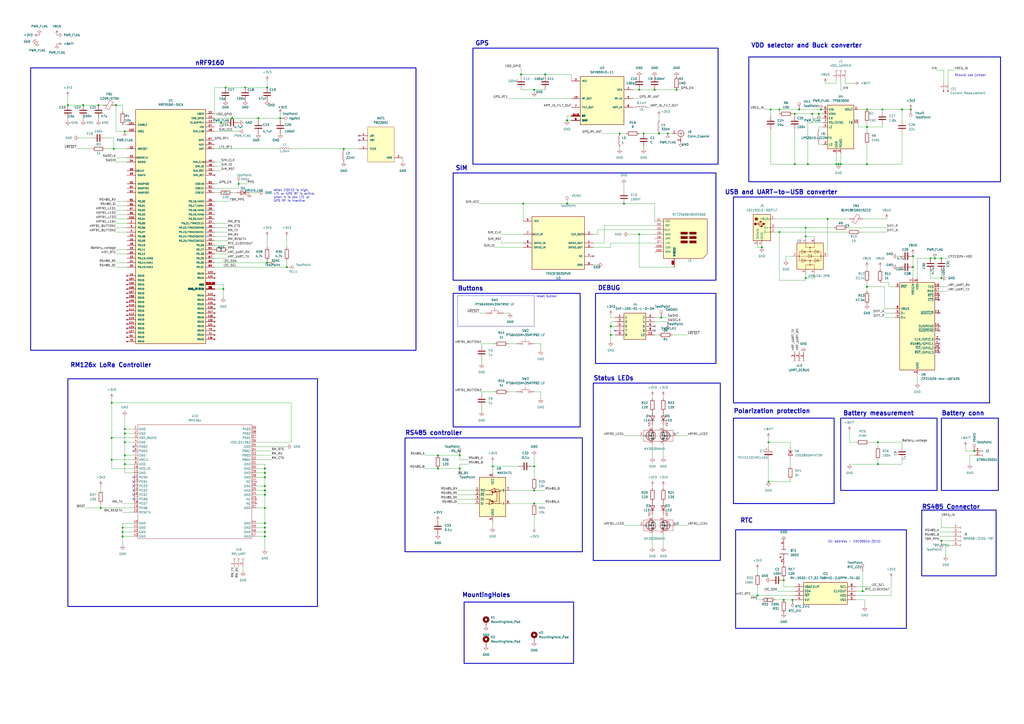
<source format=kicad_sch>
(kicad_sch (version 20230121) (generator eeschema)
  (paper "A2")
  (title_block (title "IoF (Internet of Fish) nRF9160 board") (date "2023-11-10") (rev "1.0") (company "NTNU Cybernetics Dept Master's Project") (comment 1 "Author: TK"))
  (junction (at 302.26 43.18))
  (junction (at 359.41 77.47))
  (junction (at 509.27 256.54))
  (junction (at 445.77 256.54))
  (junction (at 64.77 266.7))
  (junction (at 439.42 345.44))
  (junction (at 64.77 233.68))
  (junction (at 447.04 63.5))
  (junction (at 71.12 311.15))
  (junction (at 309.88 52.07))
  (junction (at 129.54 167.64))
  (junction (at 461.01 66.04))
  (junction (at 316.23 43.18))
  (junction (at 58.42 294.64))
  (junction (at 441.96 143.51))
  (junction (at 502.92 95.25))
  (junction (at 328.93 118.11))
  (junction (at 39.37 60.96))
  (junction (at 71.12 306.07))
  (junction (at 354.33 194.31))
  (junction (at 199.39 86.36))
  (junction (at 467.36 132.08))
  (junction (at 149.86 68.58))
  (junction (at 471.17 66.04))
  (junction (at 467.36 161.29))
  (junction (at 474.98 66.04))
  (junction (at 509.27 269.24))
  (junction (at 162.56 68.58))
  (junction (at 485.14 95.25))
  (junction (at 153.67 303.53))
  (junction (at 309.88 292.1))
  (junction (at 480.06 127))
  (junction (at 487.68 95.25))
  (junction (at 392.43 52.07))
  (junction (at 309.88 284.48))
  (junction (at 134.62 68.58))
  (junction (at 153.67 276.86))
  (junction (at 370.84 135.89))
  (junction (at 354.33 189.23))
  (junction (at 452.12 63.5))
  (junction (at 529.59 154.94))
  (junction (at 379.73 52.07))
  (junction (at 382.27 77.47))
  (junction (at 546.1 161.29))
  (junction (at 72.39 251.46))
  (junction (at 64.77 254))
  (junction (at 452.12 134.62))
  (junction (at 461.01 95.25))
  (junction (at 266.7 271.78))
  (junction (at 303.53 118.11))
  (junction (at 72.39 264.16))
  (junction (at 154.94 50.8))
  (junction (at 67.31 60.96))
  (junction (at 529.59 148.59))
  (junction (at 254 264.16))
  (junction (at 130.81 50.8))
  (junction (at 166.37 154.94))
  (junction (at 57.15 60.96))
  (junction (at 72.39 248.92))
  (junction (at 459.74 347.98))
  (junction (at 254 271.78))
  (junction (at 153.67 308.61))
  (junction (at 153.67 284.48))
  (junction (at 502.92 63.5))
  (junction (at 128.27 71.12))
  (junction (at 546.1 313.69))
  (junction (at 502.92 73.66))
  (junction (at 142.24 50.8))
  (junction (at 523.24 63.5))
  (junction (at 476.25 63.5))
  (junction (at 467.36 137.16))
  (junction (at 153.67 287.02))
  (junction (at 454.66 336.55))
  (junction (at 528.32 63.5))
  (junction (at 486.41 95.25))
  (junction (at 565.15 261.62))
  (junction (at 539.75 149.86))
  (junction (at 463.55 63.5))
  (junction (at 72.39 269.24))
  (junction (at 153.67 281.94))
  (junction (at 502.92 166.37))
  (junction (at 154.94 152.4))
  (junction (at 48.26 60.96))
  (junction (at 153.67 311.15))
  (junction (at 445.77 279.4))
  (junction (at 373.38 77.47))
  (junction (at 383.54 184.15))
  (junction (at 387.35 77.47))
  (junction (at 72.39 76.2))
  (junction (at 66.04 86.36))
  (junction (at 328.93 69.85))
  (junction (at 153.67 306.07))
  (junction (at 153.67 274.32))
  (junction (at 361.95 118.11))
  (junction (at 454.66 347.98))
  (junction (at 500.38 342.9))
  (junction (at 266.7 264.16))
  (junction (at 153.67 294.64))
  (junction (at 309.88 270.51))
  (junction (at 370.84 52.07))
  (junction (at 542.29 149.86))
  (junction (at 511.81 63.5))
  (junction (at 468.63 95.25))
  (junction (at 546.1 149.86))
  (junction (at 72.39 256.54))
  (junction (at 285.75 270.51))
  (junction (at 71.12 308.61))
  (junction (at 138.43 106.68))
  (junction (at 153.67 271.78))
  (no_connect (at 77.47 289.56))
  (no_connect (at 379.73 191.77))
  (no_connect (at 208.28 78.74))
  (no_connect (at 77.47 287.02))
  (no_connect (at 356.87 191.77))
  (no_connect (at 208.28 81.28))
  (no_connect (at 77.47 259.08))
  (no_connect (at 544.83 201.93))
  (no_connect (at 544.83 171.45))
  (no_connect (at 544.83 173.99))
  (no_connect (at 124.46 101.6))
  (no_connect (at 77.47 284.48))
  (no_connect (at 77.47 281.94))
  (no_connect (at 544.83 181.61))
  (no_connect (at 379.73 189.23))
  (no_connect (at 77.47 261.62))
  (no_connect (at 544.83 196.85))
  (no_connect (at 77.47 276.86))
  (no_connect (at 544.83 204.47))
  (no_connect (at 77.47 279.4))
  (no_connect (at 544.83 189.23))
  (no_connect (at 544.83 199.39))
  (no_connect (at 544.83 191.77))
  (wire (pts (xy 511.81 63.5) (xy 511.81 64.77)))
  (wire (pts (xy 562.61 264.16) (xy 565.15 264.16)))
  (wire (pts (xy 303.53 118.11) (xy 303.53 128.27)))
  (wire (pts (xy 476.25 63.5) (xy 477.52 63.5)))
  (wire (pts (xy 49.53 294.64) (xy 58.42 294.64)))
  (wire (pts (xy 511.81 63.5) (xy 523.24 63.5)))
  (wire (pts (xy 523.24 95.25) (xy 502.92 95.25)))
  (wire (pts (xy 523.24 63.5) (xy 523.24 69.85)))
  (wire (pts (xy 154.94 137.16) (xy 154.94 143.51)))
  (wire (pts (xy 520.7 148.59) (xy 521.97 148.59)))
  (wire (pts (xy 67.31 93.98) (xy 73.66 93.98)))
  (wire (pts (xy 463.55 63.5) (xy 476.25 63.5)))
  (wire (pts (xy 454.66 336.55) (xy 454.66 340.36)))
  (wire (pts (xy 140.97 328.93) (xy 140.97 331.47)))
  (wire (pts (xy 153.67 284.48) (xy 153.67 281.94)))
  (wire (pts (xy 454.66 340.36) (xy 461.01 340.36)))
  (wire (pts (xy 313.69 227.33) (xy 309.88 227.33)))
  (wire (pts (xy 382.27 67.31) (xy 382.27 69.85)))
  (wire (pts (xy 124.46 68.58) (xy 134.62 68.58)))
  (wire (pts (xy 265.43 287.02) (xy 275.59 287.02)))
  (wire (pts (xy 389.89 194.31) (xy 398.78 194.31)))
  (wire (pts (xy 384.81 309.88) (xy 384.81 317.5)))
  (wire (pts (xy 64.77 254) (xy 77.47 254)))
  (wire (pts (xy 328.93 118.11) (xy 361.95 118.11)))
  (wire (pts (xy 513.08 181.61) (xy 519.43 181.61)))
  (wire (pts (xy 485.14 88.9) (xy 485.14 95.25)))
  (wire (pts (xy 523.24 63.5) (xy 528.32 63.5)))
  (wire (pts (xy 516.89 335.28) (xy 516.89 345.44)))
  (wire (pts (xy 439.42 142.24) (xy 439.42 143.51)))
  (wire (pts (xy 391.16 154.94) (xy 370.84 154.94)))
  (wire (pts (xy 474.98 66.04) (xy 477.52 66.04)))
  (wire (pts (xy 148.59 294.64) (xy 153.67 294.64)))
  (wire (pts (xy 71.12 303.53) (xy 71.12 306.07)))
  (wire (pts (xy 294.64 57.15) (xy 331.47 57.15)))
  (wire (pts (xy 367.03 57.15) (xy 370.84 57.15)))
  (wire (pts (xy 295.91 284.48) (xy 309.88 284.48)))
  (wire (pts (xy 504.19 256.54) (xy 509.27 256.54)))
  (wire (pts (xy 148.59 274.32) (xy 153.67 274.32)))
  (wire (pts (xy 490.22 45.72) (xy 490.22 48.26)))
  (wire (pts (xy 71.12 297.18) (xy 77.47 297.18)))
  (wire (pts (xy 124.46 129.54) (xy 132.08 129.54)))
  (wire (pts (xy 148.59 287.02) (xy 153.67 287.02)))
  (wire (pts (xy 354.33 143.51) (xy 344.17 143.51)))
  (wire (pts (xy 302.26 44.45) (xy 302.26 43.18)))
  (wire (pts (xy 162.56 66.04) (xy 162.56 68.58)))
  (wire (pts (xy 354.33 194.31) (xy 354.33 198.12)))
  (wire (pts (xy 124.46 93.98) (xy 128.27 93.98)))
  (wire (pts (xy 544.83 166.37) (xy 549.91 166.37)))
  (wire (pts (xy 496.57 340.36) (xy 505.46 340.36)))
  (wire (pts (xy 148.59 261.62) (xy 157.48 261.62)))
  (wire (pts (xy 57.15 60.96) (xy 59.69 60.96)))
  (wire (pts (xy 496.57 256.54) (xy 492.76 256.54)))
  (wire (pts (xy 39.37 68.58) (xy 39.37 69.85)))
  (wire (pts (xy 71.12 292.1) (xy 77.47 292.1)))
  (wire (pts (xy 130.81 50.8) (xy 142.24 50.8)))
  (wire (pts (xy 454.66 312.42) (xy 454.66 313.69)))
  (wire (pts (xy 544.83 311.15) (xy 552.45 311.15)))
  (wire (pts (xy 547.37 40.64) (xy 547.37 48.26)))
  (wire (pts (xy 378.46 281.94) (xy 378.46 283.21)))
  (wire (pts (xy 265.43 284.48) (xy 275.59 284.48)))
  (wire (pts (xy 502.92 154.94) (xy 502.92 156.21)))
  (wire (pts (xy 515.62 166.37) (xy 519.43 166.37)))
  (wire (pts (xy 474.98 74.93) (xy 474.98 73.66)))
  (wire (pts (xy 543.56 40.64) (xy 547.37 40.64)))
  (wire (pts (xy 452.12 63.5) (xy 463.55 63.5)))
  (wire (pts (xy 379.73 194.31) (xy 382.27 194.31)))
  (wire (pts (xy 124.46 132.08) (xy 132.08 132.08)))
  (wire (pts (xy 379.73 184.15) (xy 383.54 184.15)))
  (wire (pts (xy 384.81 246.38) (xy 384.81 247.65)))
  (wire (pts (xy 48.26 68.58) (xy 48.26 69.85)))
  (wire (pts (xy 474.98 73.66) (xy 477.52 73.66)))
  (wire (pts (xy 502.92 163.83) (xy 502.92 166.37)))
  (wire (pts (xy 549.91 149.86) (xy 546.1 149.86)))
  (wire (pts (xy 153.67 294.64) (xy 153.67 287.02)))
  (wire (pts (xy 480.06 127) (xy 480.06 148.59)))
  (wire (pts (xy 439.42 330.2) (xy 439.42 332.74)))
  (wire (pts (xy 447.04 63.5) (xy 447.04 67.31)))
  (wire (pts (xy 461.01 203.2) (xy 461.01 204.47)))
  (wire (pts (xy 435.61 345.44) (xy 439.42 345.44)))
  (wire (pts (xy 509.27 256.54) (xy 523.24 256.54)))
  (wire (pts (xy 309.88 52.07) (xy 302.26 52.07)))
  (wire (pts (xy 254 271.78) (xy 266.7 271.78)))
  (wire (pts (xy 66.04 80.01) (xy 66.04 86.36)))
  (wire (pts (xy 452.12 162.56) (xy 467.36 162.56)))
  (wire (pts (xy 452.12 66.04) (xy 452.12 63.5)))
  (wire (pts (xy 378.46 246.38) (xy 378.46 247.65)))
  (wire (pts (xy 474.98 83.82) (xy 477.52 83.82)))
  (wire (pts (xy 370.84 135.89) (xy 364.49 135.89)))
  (wire (pts (xy 67.31 144.78) (xy 73.66 144.78)))
  (wire (pts (xy 461.01 66.04) (xy 461.01 67.31)))
  (wire (pts (xy 309.88 292.1) (xy 316.23 292.1)))
  (wire (pts (xy 71.12 60.96) (xy 71.12 64.77)))
  (wire (pts (xy 467.36 162.56) (xy 467.36 161.29)))
  (wire (pts (xy 266.7 269.24) (xy 271.78 269.24)))
  (wire (pts (xy 529.59 147.32) (xy 529.59 148.59)))
  (wire (pts (xy 266.7 264.16) (xy 266.7 266.7)))
  (wire (pts (xy 445.77 256.54) (xy 445.77 259.08)))
  (wire (pts (xy 64.77 271.78) (xy 64.77 266.7)))
  (wire (pts (xy 129.54 165.1) (xy 124.46 165.1)))
  (wire (pts (xy 392.43 52.07) (xy 394.97 52.07)))
  (wire (pts (xy 361.95 252.73) (xy 370.84 252.73)))
  (wire (pts (xy 379.73 118.11) (xy 379.73 128.27)))
  (wire (pts (xy 511.81 72.39) (xy 511.81 73.66)))
  (wire (pts (xy 313.69 231.14) (xy 313.69 227.33)))
  (wire (pts (xy 472.44 161.29) (xy 467.36 161.29)))
  (wire (pts (xy 539.75 157.48) (xy 539.75 161.29)))
  (wire (pts (xy 294.64 227.33) (xy 299.72 227.33)))
  (wire (pts (xy 542.29 149.86) (xy 546.1 149.86)))
  (wire (pts (xy 44.45 86.36) (xy 53.34 86.36)))
  (wire (pts (xy 472.44 158.75) (xy 472.44 161.29)))
  (wire (pts (xy 45.72 80.01) (xy 53.34 80.01)))
  (wire (pts (xy 148.59 259.08) (xy 166.37 259.08)))
  (wire (pts (xy 309.88 53.34) (xy 309.88 52.07)))
  (wire (pts (xy 149.86 68.58) (xy 149.86 69.85)))
  (wire (pts (xy 378.46 309.88) (xy 378.46 317.5)))
  (wire (pts (xy 153.67 306.07) (xy 153.67 303.53)))
  (wire (pts (xy 58.42 281.94) (xy 58.42 284.48)))
  (wire (pts (xy 500.38 342.9) (xy 501.65 342.9)))
  (wire (pts (xy 278.13 118.11) (xy 303.53 118.11)))
  (wire (pts (xy 373.38 85.09) (xy 373.38 86.36)))
  (wire (pts (xy 492.76 250.19) (xy 492.76 256.54)))
  (wire (pts (xy 474.98 82.55) (xy 474.98 83.82)))
  (wire (pts (xy 513.08 184.15) (xy 519.43 184.15)))
  (wire (pts (xy 67.31 134.62) (xy 73.66 134.62)))
  (wire (pts (xy 548.64 316.23) (xy 548.64 322.58)))
  (wire (pts (xy 350.52 130.81) (xy 379.73 130.81)))
  (wire (pts (xy 331.47 43.18) (xy 331.47 46.99)))
  (wire (pts (xy 455.93 148.59) (xy 455.93 151.13)))
  (wire (pts (xy 361.95 118.11) (xy 379.73 118.11)))
  (wire (pts (xy 153.67 311.15) (xy 153.67 318.77)))
  (wire (pts (xy 199.39 86.36) (xy 208.28 86.36)))
  (wire (pts (xy 134.62 111.76) (xy 137.16 111.76)))
  (wire (pts (xy 471.17 66.04) (xy 474.98 66.04)))
  (wire (pts (xy 452.12 63.5) (xy 447.04 63.5)))
  (wire (pts (xy 313.69 203.2) (xy 313.69 199.39)))
  (wire (pts (xy 458.47 266.7) (xy 458.47 270.51)))
  (wire (pts (xy 66.04 86.36) (xy 73.66 86.36)))
  (wire (pts (xy 309.88 270.51) (xy 308.61 270.51)))
  (wire (pts (xy 124.46 76.2) (xy 138.43 76.2)))
  (wire (pts (xy 285.75 267.97) (xy 285.75 270.51)))
  (wire (pts (xy 124.46 147.32) (xy 132.08 147.32)))
  (wire (pts (xy 497.84 71.12) (xy 497.84 73.66)))
  (wire (pts (xy 356.87 184.15) (xy 354.33 184.15)))
  (wire (pts (xy 560.07 261.62) (xy 565.15 261.62)))
  (wire (pts (xy 153.67 303.53) (xy 153.67 294.64)))
  (wire (pts (xy 166.37 154.94) (xy 166.37 151.13)))
  (wire (pts (xy 496.57 342.9) (xy 500.38 342.9)))
  (wire (pts (xy 502.92 63.5) (xy 511.81 63.5)))
  (wire (pts (xy 439.42 347.98) (xy 441.96 347.98)))
  (wire (pts (xy 354.33 189.23) (xy 356.87 189.23)))
  (wire (pts (xy 292.1 181.61) (xy 295.91 181.61)))
  (wire (pts (xy 64.77 233.68) (xy 168.91 233.68)))
  (wire (pts (xy 39.37 55.88) (xy 39.37 60.96)))
  (wire (pts (xy 383.54 184.15) (xy 387.35 184.15)))
  (wire (pts (xy 370.84 135.89) (xy 370.84 154.94)))
  (wire (pts (xy 384.81 257.81) (xy 384.81 265.43)))
  (wire (pts (xy 513.08 179.07) (xy 513.08 166.37)))
  (wire (pts (xy 544.83 168.91) (xy 549.91 168.91)))
  (wire (pts (xy 124.46 137.16) (xy 132.08 137.16)))
  (wire (pts (xy 67.31 154.94) (xy 73.66 154.94)))
  (wire (pts (xy 265.43 292.1) (xy 275.59 292.1)))
  (wire (pts (xy 71.12 308.61) (xy 77.47 308.61)))
  (wire (pts (xy 153.67 308.61) (xy 153.67 311.15)))
  (wire (pts (xy 382.27 77.47) (xy 387.35 77.47)))
  (wire (pts (xy 510.54 154.94) (xy 510.54 156.21)))
  (wire (pts (xy 124.46 139.7) (xy 132.08 139.7)))
  (wire (pts (xy 77.47 271.78) (xy 64.77 271.78)))
  (wire (pts (xy 285.75 270.51) (xy 300.99 270.51)))
  (wire (pts (xy 449.58 347.98) (xy 454.66 347.98)))
  (wire (pts (xy 392.43 252.73) (xy 398.78 252.73)))
  (wire (pts (xy 539.75 149.86) (xy 542.29 149.86)))
  (wire (pts (xy 544.83 313.69) (xy 546.1 313.69)))
  (wire (pts (xy 67.31 124.46) (xy 73.66 124.46)))
  (wire (pts (xy 359.41 85.09) (xy 359.41 86.36)))
  (wire (pts (xy 461.01 66.04) (xy 471.17 66.04)))
  (wire (pts (xy 502.92 95.25) (xy 487.68 95.25)))
  (wire (pts (xy 361.95 304.8) (xy 370.84 304.8)))
  (wire (pts (xy 546.1 157.48) (xy 546.1 161.29)))
  (wire (pts (xy 124.46 152.4) (xy 154.94 152.4)))
  (wire (pts (xy 313.69 199.39) (xy 309.88 199.39)))
  (wire (pts (xy 532.13 217.17) (xy 532.13 222.25)))
  (wire (pts (xy 64.77 266.7) (xy 64.77 254)))
  (wire (pts (xy 290.83 139.7) (xy 290.83 140.97)))
  (wire (pts (xy 367.03 62.23) (xy 368.3 62.23)))
  (wire (pts (xy 72.39 256.54) (xy 72.39 264.16)))
  (wire (pts (xy 166.37 137.16) (xy 166.37 143.51)))
  (wire (pts (xy 450.85 342.9) (xy 461.01 342.9)))
  (wire (pts (xy 468.63 95.25) (xy 485.14 95.25)))
  (wire (pts (xy 279.4 228.6) (xy 279.4 227.33)))
  (wire (pts (xy 373.38 77.47) (xy 382.27 77.47)))
  (wire (pts (xy 492.76 269.24) (xy 509.27 269.24)))
  (wire (pts (xy 346.71 153.67) (xy 344.17 153.67)))
  (wire (pts (xy 279.4 200.66) (xy 279.4 199.39)))
  (wire (pts (xy 328.93 67.31) (xy 328.93 69.85)))
  (wire (pts (xy 64.77 266.7) (xy 77.47 266.7)))
  (wire (pts (xy 354.33 184.15) (xy 354.33 182.88)))
  (wire (pts (xy 279.4 208.28) (xy 279.4 210.82)))
  (wire (pts (xy 233.68 91.44) (xy 233.68 93.98)))
  (wire (pts (xy 246.38 271.78) (xy 254 271.78)))
  (wire (pts (xy 546.1 299.72) (xy 546.1 306.07)))
  (wire (pts (xy 153.67 269.24) (xy 153.67 271.78)))
  (wire (pts (xy 367.03 52.07) (xy 370.84 52.07)))
  (wire (pts (xy 279.4 227.33) (xy 287.02 227.33)))
  (wire (pts (xy 153.67 306.07) (xy 153.67 308.61)))
  (wire (pts (xy 73.66 76.2) (xy 72.39 76.2)))
  (wire (pts (xy 520.7 154.94) (xy 521.97 154.94)))
  (wire (pts (xy 302.26 39.37) (xy 302.26 43.18)))
  (wire (pts (xy 67.31 91.44) (xy 73.66 91.44)))
  (wire (pts (xy 467.36 132.08) (xy 483.87 132.08)))
  (wire (pts (xy 153.67 276.86) (xy 153.67 274.32)))
  (wire (pts (xy 346.71 133.35) (xy 346.71 135.89)))
  (wire (pts (xy 502.92 73.66) (xy 502.92 71.12)))
  (wire (pts (xy 77.47 274.32) (xy 72.39 274.32)))
  (wire (pts (xy 349.25 77.47) (xy 359.41 77.47)))
  (wire (pts (xy 560.07 259.08) (xy 560.07 261.62)))
  (wire (pts (xy 124.46 149.86) (xy 132.08 149.86)))
  (wire (pts (xy 71.12 308.61) (xy 71.12 311.15)))
  (wire (pts (xy 124.46 96.52) (xy 128.27 96.52)))
  (wire (pts (xy 309.88 264.16) (xy 309.88 270.51)))
  (wire (pts (xy 124.46 106.68) (xy 127 106.68)))
  (wire (pts (xy 370.84 77.47) (xy 373.38 77.47)))
  (wire (pts (xy 354.33 189.23) (xy 354.33 194.31)))
  (wire (pts (xy 278.13 181.61) (xy 281.94 181.61)))
  (wire (pts (xy 72.39 256.54) (xy 72.39 251.46)))
  (wire (pts (xy 67.31 127) (xy 73.66 127)))
  (wire (pts (xy 77.47 264.16) (xy 72.39 264.16)))
  (wire (pts (xy 67.31 60.96) (xy 71.12 60.96)))
  (wire (pts (xy 302.26 43.18) (xy 316.23 43.18)))
  (wire (pts (xy 71.12 311.15) (xy 77.47 311.15)))
  (wire (pts (xy 480.06 127) (xy 492.76 127)))
  (wire (pts (xy 539.75 161.29) (xy 546.1 161.29)))
  (wire (pts (xy 142.24 50.8) (xy 154.94 50.8)))
  (wire (pts (xy 459.74 347.98) (xy 461.01 347.98)))
  (wire (pts (xy 162.56 69.85) (xy 162.56 68.58)))
  (wire (pts (xy 552.45 316.23) (xy 548.64 316.23)))
  (wire (pts (xy 124.46 142.24) (xy 132.08 142.24)))
  (wire (pts (xy 309.88 52.07) (xy 316.23 52.07)))
  (wire (pts (xy 509.27 266.7) (xy 509.27 269.24)))
  (wire (pts (xy 459.74 148.59) (xy 455.93 148.59)))
  (wire (pts (xy 67.31 132.08) (xy 73.66 132.08)))
  (wire (pts (xy 48.26 60.96) (xy 57.15 60.96)))
  (wire (pts (xy 316.23 43.18) (xy 316.23 44.45)))
  (wire (pts (xy 148.59 308.61) (xy 153.67 308.61)))
  (wire (pts (xy 148.59 281.94) (xy 153.67 281.94)))
  (wire (pts (xy 138.43 109.22) (xy 124.46 109.22)))
  (wire (pts (xy 379.73 140.97) (xy 354.33 140.97)))
  (wire (pts (xy 532.13 149.86) (xy 539.75 149.86)))
  (wire (pts (xy 77.47 269.24) (xy 72.39 269.24)))
  (wire (pts (xy 500.38 331.47) (xy 500.38 342.9)))
  (wire (pts (xy 153.67 287.02) (xy 153.67 284.48)))
  (wire (pts (xy 72.39 264.16) (xy 72.39 269.24)))
  (wire (pts (xy 439.42 345.44) (xy 461.01 345.44)))
  (wire (pts (xy 67.31 76.2) (xy 72.39 76.2)))
  (wire (pts (xy 350.52 140.97) (xy 350.52 130.81)))
  (wire (pts (xy 144.78 111.76) (xy 149.86 111.76)))
  (wire (pts (xy 485.14 95.25) (xy 486.41 95.25)))
  (wire (pts (xy 60.96 80.01) (xy 66.04 80.01)))
  (wire (pts (xy 77.47 248.92) (xy 72.39 248.92)))
  (wire (pts (xy 148.59 311.15) (xy 153.67 311.15)))
  (wire (pts (xy 154.94 152.4) (xy 154.94 151.13)))
  (wire (pts (xy 449.58 127) (xy 480.06 127)))
  (wire (pts (xy 445.77 256.54) (xy 458.47 256.54)))
  (wire (pts (xy 546.1 313.69) (xy 552.45 313.69)))
  (wire (pts (xy 546.1 306.07) (xy 552.45 306.07)))
  (wire (pts (xy 71.12 306.07) (xy 71.12 308.61)))
  (wire (pts (xy 468.63 71.12) (xy 468.63 95.25)))
  (wire (pts (xy 316.23 43.18) (xy 331.47 43.18)))
  (wire (pts (xy 378.46 298.45) (xy 378.46 299.72)))
  (wire (pts (xy 502.92 166.37) (xy 502.92 168.91)))
  (wire (pts (xy 487.68 88.9) (xy 487.68 95.25)))
  (wire (pts (xy 523.24 259.08) (xy 523.24 256.54)))
  (wire (pts (xy 124.46 50.8) (xy 130.81 50.8)))
  (wire (pts (xy 378.46 229.87) (xy 378.46 231.14)))
  (wire (pts (xy 467.36 137.16) (xy 467.36 138.43)))
  (wire (pts (xy 354.33 194.31) (xy 356.87 194.31)))
  (wire (pts (xy 471.17 68.58) (xy 471.17 66.04)))
  (wire (pts (xy 77.47 256.54) (xy 72.39 256.54)))
  (wire (pts (xy 379.73 52.07) (xy 392.43 52.07)))
  (wire (pts (xy 309.88 284.48) (xy 316.23 284.48)))
  (wire (pts (xy 544.83 308.61) (xy 552.45 308.61)))
  (wire (pts (xy 124.46 116.84) (xy 133.35 116.84)))
  (wire (pts (xy 168.91 233.68) (xy 168.91 256.54)))
  (wire (pts (xy 148.59 264.16) (xy 157.48 264.16)))
  (wire (pts (xy 486.41 95.25) (xy 487.68 95.25)))
  (wire (pts (xy 138.43 106.68) (xy 138.43 109.22)))
  (wire (pts (xy 279.4 236.22) (xy 279.4 238.76)))
  (wire (pts (xy 309.88 270.51) (xy 309.88 276.86)))
  (wire (pts (xy 294.64 199.39) (xy 299.72 199.39)))
  (wire (pts (xy 279.4 199.39) (xy 287.02 199.39)))
  (wire (pts (xy 124.46 154.94) (xy 166.37 154.94)))
  (wire (pts (xy 287.02 143.51) (xy 303.53 143.51)))
  (wire (pts (xy 375.92 62.23) (xy 377.19 62.23)))
  (wire (pts (xy 387.35 77.47) (xy 389.89 77.47)))
  (wire (pts (xy 346.71 135.89) (xy 344.17 135.89)))
  (wire (pts (xy 295.91 292.1) (xy 309.88 292.1)))
  (wire (pts (xy 532.13 161.29) (xy 532.13 149.86)))
  (wire (pts (xy 359.41 77.47) (xy 363.22 77.47)))
  (wire (pts (xy 129.54 167.64) (xy 129.54 172.72)))
  (wire (pts (xy 499.11 134.62) (xy 514.35 134.62)))
  (wire (pts (xy 461.01 95.25) (xy 468.63 95.25)))
  (wire (pts (xy 153.67 281.94) (xy 153.67 276.86)))
  (wire (pts (xy 148.59 303.53) (xy 153.67 303.53)))
  (wire (pts (xy 71.12 311.15) (xy 71.12 316.23)))
  (wire (pts (xy 58.42 294.64) (xy 77.47 294.64)))
  (wire (pts (xy 467.36 132.08) (xy 467.36 137.16)))
  (wire (pts (xy 129.54 165.1) (xy 129.54 167.64)))
  (wire (pts (xy 354.33 186.69) (xy 354.33 189.23)))
  (wire (pts (xy 138.43 106.68) (xy 143.51 106.68)))
  (wire (pts (xy 461.01 74.93) (xy 461.01 95.25)))
  (wire (pts (xy 441.96 142.24) (xy 441.96 143.51)))
  (wire (pts (xy 472.44 138.43) (xy 472.44 137.16)))
  (wire (pts (xy 392.43 304.8) (xy 398.78 304.8)))
  (wire (pts (xy 71.12 306.07) (xy 77.47 306.07)))
  (wire (pts (xy 491.49 132.08) (xy 514.35 132.08)))
  (wire (pts (xy 39.37 60.96) (xy 48.26 60.96)))
  (wire (pts (xy 331.47 67.31) (xy 328.93 67.31)))
  (wire (pts (xy 529.59 148.59) (xy 529.59 154.94)))
  (wire (pts (xy 57.15 68.58) (xy 57.15 69.85)))
  (wire (pts (xy 67.31 152.4) (xy 73.66 152.4)))
  (wire (pts (xy 148.59 306.07) (xy 153.67 306.07)))
  (wire (pts (xy 124.46 111.76) (xy 127 111.76)))
  (wire (pts (xy 441.96 143.51) (xy 439.42 143.51)))
  (wire (pts (xy 490.22 48.26) (xy 495.3 48.26)))
  (wire (pts (xy 124.46 71.12) (xy 128.27 71.12)))
  (wire (pts (xy 285.75 302.26) (xy 285.75 306.07)))
  (wire (pts (xy 153.67 274.32) (xy 153.67 271.78)))
  (wire (pts (xy 128.27 71.12) (xy 130.81 71.12)))
  (wire (pts (xy 148.59 269.24) (xy 153.67 269.24)))
  (wire (pts (xy 77.47 303.53) (xy 71.12 303.53)))
  (wire (pts (xy 134.62 67.31) (xy 134.62 68.58)))
  (wire (pts (xy 477.52 71.12) (xy 468.63 71.12)))
  (wire (pts (xy 549.91 40.64) (xy 553.72 40.64)))
  (wire (pts (xy 72.39 269.24) (xy 72.39 274.32)))
  (wire (pts (xy 266.7 266.7) (xy 271.78 266.7)))
  (wire (pts (xy 509.27 269.24) (xy 523.24 269.24)))
  (wire (pts (xy 64.77 231.14) (xy 64.77 233.68)))
  (wire (pts (xy 463.55 203.2) (xy 463.55 204.47)))
  (wire (pts (xy 447.04 95.25) (xy 461.01 95.25)))
  (wire (pts (xy 510.54 163.83) (xy 515.62 163.83)))
  (wire (pts (xy 452.12 134.62) (xy 491.49 134.62)))
  (wire (pts (xy 168.91 256.54) (xy 148.59 256.54)))
  (wire (pts (xy 529.59 154.94) (xy 529.59 161.29)))
  (wire (pts (xy 452.12 134.62) (xy 452.12 162.56)))
  (wire (pts (xy 67.31 76.2) (xy 67.31 60.96)))
  (wire (pts (xy 439.42 340.36) (xy 439.42 345.44)))
  (wire (pts (xy 458.47 259.08) (xy 458.47 256.54)))
  (wire (pts (xy 134.62 68.58) (xy 149.86 68.58)))
  (wire (pts (xy 72.39 241.3) (xy 72.39 248.92)))
  (wire (pts (xy 454.66 347.98) (xy 459.74 347.98)))
  (wire (pts (xy 265.43 289.56) (xy 275.59 289.56)))
  (wire (pts (xy 500.38 127) (xy 514.35 127)))
  (wire (pts (xy 502.92 73.66) (xy 502.92 76.2)))
  (wire (pts (xy 496.57 345.44) (xy 516.89 345.44)))
  (wire (pts (xy 513.08 166.37) (xy 502.92 166.37)))
  (wire (pts (xy 303.53 118.11) (xy 328.93 118.11)))
  (wire (pts (xy 549.91 48.26) (xy 549.91 40.64)))
  (wire (pts (xy 523.24 77.47) (xy 523.24 95.25)))
  (wire (pts (xy 459.74 66.04) (xy 461.01 66.04)))
  (wire (pts (xy 445.77 279.4) (xy 458.47 279.4)))
  (wire (pts (xy 148.59 276.86) (xy 153.67 276.86)))
  (wire (pts (xy 124.46 134.62) (xy 132.08 134.62)))
  (wire (pts (xy 124.46 86.36) (xy 161.29 86.36)))
  (wire (pts (xy 148.59 284.48) (xy 153.67 284.48)))
  (wire (pts (xy 515.62 163.83) (xy 515.62 166.37)))
  (wire (pts (xy 443.23 63.5) (xy 447.04 63.5)))
  (wire (pts (xy 501.65 347.98) (xy 501.65 351.79)))
  (wire (pts (xy 447.04 74.93) (xy 447.04 95.25)))
  (wire (pts (xy 77.47 251.46) (xy 72.39 251.46)))
  (wire (pts (xy 67.31 129.54) (xy 73.66 129.54)))
  (wire (pts (xy 60.96 86.36) (xy 66.04 86.36)))
  (wire (pts (xy 449.58 132.08) (xy 467.36 132.08)))
  (wire (pts (xy 562.61 264.16) (xy 562.61 269.24)))
  (wire (pts (xy 246.38 264.16) (xy 254 264.16)))
  (wire (pts (xy 72.39 248.92) (xy 72.39 251.46)))
  (wire (pts (xy 379.73 133.35) (xy 346.71 133.35)))
  (wire (pts (xy 384.81 298.45) (xy 384.81 299.72)))
  (wire (pts (xy 467.36 161.29) (xy 467.36 158.75)))
  (wire (pts (xy 354.33 140.97) (xy 354.33 143.51)))
  (wire (pts (xy 509.27 256.54) (xy 509.27 259.08)))
  (wire (pts (xy 124.46 66.04) (xy 124.46 50.8)))
  (wire (pts (xy 149.86 68.58) (xy 162.56 68.58)))
  (wire (pts (xy 496.57 347.98) (xy 501.65 347.98)))
  (wire (pts (xy 64.77 233.68) (xy 64.77 254)))
  (wire (pts (xy 168.91 86.36) (xy 199.39 86.36)))
  (wire (pts (xy 254 264.16) (xy 266.7 264.16)))
  (wire (pts (xy 519.43 179.07) (xy 513.08 179.07)))
  (wire (pts (xy 67.31 116.84) (xy 73.66 116.84)))
  (wire (pts (xy 124.46 99.06) (xy 128.27 99.06)))
  (wire (pts (xy 452.12 134.62) (xy 449.58 134.62)))
  (wire (pts (xy 497.84 63.5) (xy 502.92 63.5)))
  (wire (pts (xy 497.84 73.66) (xy 502.92 73.66)))
  (wire (pts (xy 502.92 83.82) (xy 502.92 95.25)))
  (wire (pts (xy 445.77 266.7) (xy 445.77 279.4)))
  (wire (pts (xy 309.88 299.72) (xy 309.88 306.07)))
  (wire (pts (xy 285.75 270.51) (xy 285.75 274.32)))
  (wire (pts (xy 67.31 119.38) (xy 73.66 119.38)))
  (wire (pts (xy 511.81 73.66) (xy 502.92 73.66)))
  (wire (pts (xy 485.14 48.26) (xy 478.79 48.26)))
  (wire (pts (xy 458.47 279.4) (xy 458.47 278.13)))
  (wire (pts (xy 523.24 269.24) (xy 523.24 266.7)))
  (wire (pts (xy 379.73 186.69) (xy 387.35 186.69)))
  (wire (pts (xy 487.68 45.72) (xy 487.68 52.07)))
  (wire (pts (xy 71.12 72.39) (xy 73.66 72.39)))
  (wire (pts (xy 356.87 186.69) (xy 354.33 186.69)))
  (wire (pts (xy 370.84 52.07) (xy 379.73 52.07)))
  (wire (pts (xy 361.95 106.68) (xy 361.95 110.49)))
  (wire (pts (xy 58.42 292.1) (xy 58.42 294.64)))
  (wire (pts (xy 445.77 254) (xy 445.77 256.54)))
  (wire (pts (xy 266.7 271.78) (xy 266.7 269.24)))
  (wire (pts (xy 328.93 69.85) (xy 331.47 69.85)))
  (wire (pts (xy 487.68 52.07) (xy 488.95 52.07)))
  (wire (pts (xy 344.17 140.97) (xy 350.52 140.97)))
  (wire (pts (xy 148.59 271.78) (xy 153.67 271.78)))
  (wire (pts (xy 154.94 46.99) (xy 154.94 50.8)))
  (wire (pts (xy 378.46 257.81) (xy 378.46 265.43)))
  (wire (pts (xy 290.83 140.97) (xy 303.53 140.97)))
  (wire (pts (xy 148.59 266.7) (xy 157.48 266.7)))
  (wire (pts (xy 454.66 335.28) (xy 454.66 336.55)))
  (wire (pts (xy 477.52 68.58) (xy 471.17 68.58)))
  (wire (pts (xy 67.31 147.32) (xy 73.66 147.32)))
  (wire (pts (xy 129.54 167.64) (xy 124.46 167.64)))
  (wire (pts (xy 379.73 135.89) (xy 370.84 135.89)))
  (wire (pts (xy 290.83 135.89) (xy 303.53 135.89)))
  (wire (pts (xy 485.14 45.72) (xy 485.14 48.26)))
  (wire (pts (xy 472.44 137.16) (xy 467.36 137.16)))
  (wire (pts (xy 384.81 281.94) (xy 384.81 283.21)))
  (wire (pts (xy 67.31 121.92) (xy 73.66 121.92)))
  (wire (pts (xy 384.81 229.87) (xy 384.81 231.14)))
  (rectangle (start 344.17 222.25) (end 417.83 325.12) (stroke (width 0.508)))
  (rectangle (start 234.95 254) (end 337.82 320.04) (stroke (width 0.508)))
  (rectangle (start 487.68 242.57) (end 543.56 284.48) (stroke (width 0.508)))
  (rectangle (start 269.24 349.25) (end 332.74 384.81) (stroke (width 0.508)))
  (rectangle (start 262.89 170.18) (end 336.55 247.65) (stroke (width 0.508)))
  (rectangle (start 425.45 114.3) (end 574.04 233.68) (stroke (width 0.508)))
  (rectangle (start 434.34 33.02) (end 580.39 105.41) (stroke (width 0.508)))
  (rectangle (start 345.44 170.18) (end 415.29 210.82) (stroke (width 0.508)))
  (rectangle (start 262.89 100.33) (end 415.29 162.56) (stroke (width 0.508)))
  (rectangle (start 265.43 171.45) (end 309.88 189.23))
  (rectangle (start 39.37 219.71) (end 184.15 351.79) (stroke (width 0.508)))
  (rectangle (start 274.32 27.94) (end 416.56 95.25) (stroke (width 0.508)))
  (rectangle (start 534.67 295.91) (end 577.85 334.01) (stroke (width 0.508)))
  (rectangle (start 426.72 307.34) (end 525.78 364.49) (stroke (width 0.508)))
  (rectangle (start 425.45 242.57) (end 483.87 292.1) (stroke (width 0.508)))
  (rectangle (start 546.1 242.57) (end 579.12 284.48) (stroke (width 0.508)))
  (rectangle (start 17.78 39.37) (end 241.3 203.2) (stroke (width 0.508)))
  (text "MountingHoles\n" (at 267.97 346.71 0) (effects (font (size 2.54 2.54) (thickness 0.508) bold) (justify left bottom)))
  (text "Polarization protection\n" (at 425.45 240.03 0) (effects (font (size 2.54 2.54) (thickness 0.508) bold) (justify left bottom)))
  (text "When COEX2 is high, \nLTE or GPS RF is active,\nwhen it is low LTE or \nGPS RF is inactive\n\n" (at 158.75 119.38 0) (effects (font (size 1.27 1.27)) (justify left bottom)))
  (text "Battery conn" (at 546.1 241.3 0) (effects (font (size 2.54 2.54) (thickness 0.508) bold) (justify left bottom)))
  (text "Status LEDs" (at 344.17 220.98 0) (effects (font (size 2.54 2.54) (thickness 0.508) bold) (justify left bottom)))
  (text "RTC\n" (at 429.26 303.53 0) (effects (font (size 2.54 2.54) (thickness 0.508) bold) (justify left bottom)))
  (text "nRF9160\n" (at 113.03 38.1 0) (effects (font (size 2.54 2.54) (thickness 0.508) bold) (justify left bottom)))
  (text "i2c address - 1010001b (51h)" (at 480.06 314.96 0) (effects (font (size 1.27 1.27)) (justify left bottom)))
  (text "USB and UART-to-USB converter\n" (at 420.37 113.03 0) (effects (font (size 2.54 2.54) (thickness 0.508) bold) (justify left bottom)))
  (text "Buttons\n" (at 265.43 168.91 0) (effects (font (size 2.54 2.54) (thickness 0.508) bold) (justify left bottom)))
  (text "VDD selector and Buck converter" (at 435.61 27.94 0) (effects (font (size 2.54 2.54) (thickness 0.508) bold) (justify left bottom)))
  (text "GPS\n" (at 275.59 26.67 0) (effects (font (size 2.54 2.54) (thickness 0.508) bold) (justify left bottom)))
  (text "RS485 Connector\n\n" (at 534.67 299.72 0) (effects (font (size 2.54 2.54) (thickness 0.508) bold) (justify left bottom)))
  (text "DEBUG\n\n" (at 346.71 172.72 0) (effects (font (size 2.54 2.54) (thickness 0.508) bold) (justify left bottom)))
  (text "reset button" (at 311.15 172.72 0) (effects (font (size 1.27 1.27)) (justify left bottom)))
  (text "RS485 controller\n" (at 234.95 252.73 0) (effects (font (size 2.54 2.54) (thickness 0.508) bold) (justify left bottom)))
  (text "SIM\n" (at 264.16 99.06 0) (effects (font (size 2.54 2.54) (thickness 0.508) bold) (justify left bottom)))
  (text "Should use jumper" (at 553.72 44.45 0) (effects (font (size 1.27 1.27)) (justify left bottom)))
  (text "RM126x LoRa Controller\n" (at 40.64 213.36 0) (effects (font (size 2.54 2.54) (thickness 0.508) bold) (justify left bottom)))
  (text "Battery measurement\n" (at 488.95 241.3 0) (effects (font (size 2.54 2.54) (thickness 0.508) bold) (justify left bottom)))
  (label "nRF_UART_TX" (at 132.08 149.86 0))
  (label "VDD_GPIO" (at 134.62 67.31 180))
  (label "SWDIO" (at 67.31 93.98 180))
  (label "PPS" (at 439.42 347.98 180))
  (label "~{nRESET}" (at 398.78 194.31 0))
  (label "RM_CTS" (at 157.48 266.7 0))
  (label "RM_CTS" (at 132.08 132.08 0))
  (label "SIM_CLK" (at 290.83 135.89 180))
  (label "I2C_SDA" (at 129.54 152.4 0))
  (label "RS485_A" (at 316.23 292.1 0))
  (label "RS485_RE" (at 67.31 152.4 180))
  (label "nRF_UART_RX" (at 463.55 203.2 90))
  (label "SIM_IO" (at 128.27 96.52 0))
  (label "RM_RX" (at 132.08 137.16 0))
  (label "SIM_CLK" (at 128.27 93.98 0))
  (label "I2C_SDA" (at 450.85 342.9 180))
  (label "RS485_RE" (at 265.43 287.02 180))
  (label "DIFF_N" (at 514.35 134.62 0))
  (label "DIFF_P" (at 514.35 132.08 0))
  (label "RM_TX" (at 71.12 292.1 180))
  (label "RS485_B" (at 544.83 311.15 180))
  (label "GPS_RF_ANT" (at 349.25 77.47 180))
  (label "GPS_EN" (at 394.97 52.07 0))
  (label "nRF91_LED1" (at 67.31 121.92 180))
  (label "SIM_RST" (at 290.83 139.7 180))
  (label "RM_RX" (at 138.43 328.93 270))
  (label "VREG_IN" (at 443.23 63.5 180))
  (label "nRF91_LED3" (at 361.95 304.8 180))
  (label "nRF91_LED2" (at 67.31 124.46 180))
  (label "PPS" (at 132.08 144.78 0))
  (label "AMP_IN_FILT_OUT" (at 377.19 62.23 0))
  (label "SIM_VCC" (at 278.13 118.11 180))
  (label "SWDCLK" (at 67.31 91.44 180))
  (label "TBR_PPS" (at 544.83 313.69 180))
  (label "VREG_IN" (at 553.72 40.64 0))
  (label "GPS_RF1" (at 124.46 81.28 0))
  (label "RTC_CLOCKOUT" (at 501.65 342.9 0))
  (label "RS485_DE" (at 265.43 289.56 180))
  (label "SIM_VCC" (at 127 76.2 0))
  (label "RM_TX" (at 135.89 328.93 270))
  (label "RS485_A" (at 544.83 308.61 180))
  (label "VREG_IN" (at 546.1 299.72 0))
  (label "nRF_UART_RX" (at 549.91 166.37 0))
  (label "DIFF_N" (at 513.08 181.61 180))
  (label "RS485_A" (at 246.38 264.16 180))
  (label "DIFF_P" (at 513.08 184.15 180))
  (label "RS485_B" (at 246.38 271.78 180))
  (label "~{nRESET}" (at 278.13 181.61 180))
  (label "nRF91_LED2" (at 398.78 252.73 0))
  (label "nRF91_LED4" (at 67.31 129.54 180))
  (label "RTC_CLOCKOUT" (at 132.08 142.24 0))
  (label "SWDIO" (at 387.35 184.15 0))
  (label "SWDCLK" (at 387.35 186.69 0))
  (label "RS485_DE" (at 67.31 154.94 180))
  (label "RM_RESETn" (at 71.12 297.18 180))
  (label "Battery_voltage" (at 523.24 256.54 0))
  (label "nINT_RTC" (at 435.61 345.44 180))
  (label "RS485_DI" (at 67.31 119.38 180))
  (label "LTE_RF1" (at 127 86.36 0))
  (label "GPS_RF1" (at 294.64 57.15 180))
  (label "RM_RTS" (at 157.48 261.62 0))
  (label "PPS" (at 143.51 106.68 0))
  (label "RS485_RX" (at 67.31 116.84 180))
  (label "VIN" (at 488.95 52.07 0))
  (label "~{nRESET}" (at 44.45 86.36 180))
  (label "GPS_EN" (at 127 106.68 0))
  (label "nRF_UART_TX" (at 549.91 168.91 0))
  (label "TBR_PPS" (at 133.35 116.84 0))
  (label "CP2102N-VDD" (at 549.91 149.86 0))
  (label "GPS_RF_ANT" (at 370.84 57.15 0))
  (label "RM_RX" (at 157.48 264.16 0))
  (label "SIM_IO" (at 287.02 143.51 180))
  (label "BOOT" (at 49.53 294.64 180))
  (label "RS485_A" (at 271.78 266.7 0))
  (label "Battery_voltage" (at 67.31 144.78 180))
  (label "I2C_SCL" (at 129.54 154.94 0))
  (label "RM_RESETn" (at 132.08 139.7 0))
  (label "nINT_RTC" (at 67.31 147.32 180))
  (label "RM_RTS" (at 132.08 129.54 0))
  (label "RS485_RX" (at 265.43 284.48 180))
  (label "RM_TX" (at 132.08 134.62 0))
  (label "RS485_B" (at 271.78 269.24 0))
  (label "VDD_GPIO" (at 302.26 39.37 180))
  (label "RS485_B" (at 316.23 284.48 0))
  (label "AMP_IN_FILT_OUT" (at 331.47 62.23 180))
  (label "nRF_UART_TX" (at 461.01 203.2 90))
  (label "nRF91_BUTTON1" (at 67.31 132.08 180))
  (label "RS485_DI" (at 265.43 292.1 180))
  (label "nRF91_LED3" (at 67.31 127 180))
  (label "I2C_SCL" (at 505.46 340.36 0))
  (label "VIN" (at 543.56 40.64 180))
  (label "nRF91_LED1" (at 361.95 252.73 180))
  (label "nRF91_BUTTON2" (at 279.4 227.33 180))
  (label "nRF_UART_RX" (at 132.08 147.32 0))
  (label "nRF91_LED4" (at 398.78 304.8 0))
  (label "nRF91_BUTTON2" (at 67.31 134.62 180))
  (label "nRF91_BUTTON1" (at 279.4 199.39 180))
  (label "SIM_RST" (at 128.27 99.06 0))
  (symbol (lib_id "Device:C") (at 461.01 71.12 0) (unit 1)
    (property "Reference" "C25" (at 462.28 68.58 0) (effects (justify left)))
    (property "Value" "100n" (at 462.28 73.66 0) (effects (justify left)))
    (property "Footprint" "Capacitor_SMD:C_0603_1608Metric" (effects hide))
  )
  (symbol (lib_id "power:GND") (at 281.94 363.22 0) (unit 1)
    (property "Reference" "#PWR04" (effects hide))
    (property "Value" "GND" (at 281.94 368.3 0))
  )
  (symbol (lib_id "Device:C") (at 48.26 64.77 0) (mirror x) (unit 1)
    (property "Reference" "C22" (at 46.99 62.23 0) (effects (justify right)))
    (property "Value" "100n" (at 53.34 67.31 0) (effects (justify right)))
    (property "Footprint" "Capacitor_SMD:C_0603_1608Metric" (effects hide))
  )
  (symbol (lib_id "power:VBUS") (at 529.59 147.32 0) (unit 1)
    (property "Reference" "#PWR049" (effects hide))
    (property "Value" "VBUS" (at 529.59 142.24 0))
  )
  (symbol (lib_id "Device:R") (at 500.38 256.54 90) (unit 1)
    (property "Reference" "R25" (at 500.38 250.19 90))
    (property "Value" "240k" (at 500.38 252.73 90))
    (property "Footprint" "Resistor_SMD:R_0603_1608Metric" (effects hide))
  )
  (symbol (lib_id "Connector:TestPoint") (at 328.93 118.11 0) (unit 1)
    (property "Reference" "VSIM1" (at 331.47 113.538 0) (effects (justify left)))
    (property "Value" "TestPoint" (at 325.12 119.38 0) (effects (justify left)))
    (property "Footprint" "TestPoint:TestPoint_Pad_D1.0mm" (effects hide))
  )
  (symbol (lib_id "power:GND") (at 149.86 77.47 0) (unit 1)
    (property "Reference" "#PWR020" (effects hide))
    (property "Value" "GND" (at 148.59 81.28 0))
  )
  (symbol (lib_id "Device:R") (at 130.81 111.76 90) (unit 1)
    (property "Reference" "R5" (at 130.81 111.76 90))
    (property "Value" "120" (at 130.81 114.3 90))
    (property "Footprint" "Resistor_SMD:R_0603_1608Metric" (effects hide))
  )
  (symbol (lib_id "power:PWR_FLAG") (at 138.43 76.2 270) (unit 1)
    (property "Reference" "#FLG06" (effects hide))
    (property "Value" "PWR_FLAG" (at 135.89 78.74 90) (effects (justify left)))
  )
  (symbol (lib_id "Device:LED") (at 140.97 111.76 0) (mirror y) (unit 1)
    (property "Reference" "D1" (at 140.97 109.22 0))
    (property "Value" "GREEN_LED" (at 147.32 110.49 0))
    (property "Footprint" "LED_SMD:LED_0603_1608Metric" (effects hide))
  )
  (symbol (lib_id "power:GND") (at 309.88 372.11 0) (unit 1)
    (property "Reference" "#PWR089" (effects hide))
    (property "Value" "GND" (at 309.88 377.19 0))
  )
  (symbol (lib_id "Connector:TestPoint") (at 463.55 63.5 0) (unit 1)
    (property "Reference" "Vin1" (at 466.09 58.928 0) (effects (justify left)))
    (property "Value" "TestPoint" (at 466.09 61.468 0) (effects (justify left)))
    (property "Footprint" "TestPoint:TestPoint_Pad_D1.0mm" (effects hide))
  )
  (symbol (lib_id "power:VBUS") (at 478.79 48.26 0) (unit 1)
    (property "Reference" "#PWR043" (effects hide))
    (property "Value" "VBUS" (at 478.79 43.18 0))
  )
  (symbol (lib_id "power:GND") (at 370.84 44.45 180) (unit 1)
    (property "Reference" "#PWR011" (effects hide))
    (property "Value" "GND" (at 370.84 39.37 0))
  )
  (symbol (lib_id "Power_Protection:USBLC6-2P6") (at 469.9 148.59 270) (unit 1)
    (property "Reference" "U5" (at 463.55 139.7 90))
    (property "Value" "USBLC6-2P6" (at 474.98 160.02 90))
    (property "Footprint" "Package_TO_SOT_SMD:SOT-666" (effects hide))
    (property "Datasheet" "https://www.st.com/resource/en/datasheet/usblc6-2.pdf" (effects hide))
  )
  (symbol (lib_id "power:PWR_FLAG") (at 33.02 20.32 270) (unit 1)
    (property "Reference" "#FLG03" (effects hide))
    (property "Value" "PWR_FLAG" (at 36.83 20.32 90) (effects (justify left)))
  )
  (symbol (lib_id "Device:C") (at 539.75 153.67 180) (unit 1)
    (property "Reference" "C30" (at 535.94 152.4 90) (effects (justify left)))
    (property "Value" "4.7u" (at 541.02 154.94 90) (effects (justify left)))
    (property "Footprint" "Capacitor_SMD:C_0603_1608Metric" (effects hide))
  )
  (symbol (lib_id "power:+3V3") (at 309.88 306.07 180) (unit 1)
    (property "Reference" "#PWR054" (effects hide))
    (property "Value" "+3V3" (at 309.88 311.15 0))
  )
  (symbol (lib_id "Connector:TestPoint") (at 266.7 264.16 0) (unit 1)
    (property "Reference" "RS_A1" (at 261.62 261.62 0) (effects (justify left)))
    (property "Value" "TestPoint" (at 257.81 259.08 0) (effects (justify left)))
    (property "Footprint" "TestPoint:TestPoint_Pad_D1.0mm" (effects hide))
  )
  (symbol (lib_id "Connector:TestPoint") (at 383.54 184.15 0) (unit 1)
    (property "Reference" "SWDIO1" (at 386.08 179.578 0) (effects (justify left)))
    (property "Value" "TestPoint" (at 379.73 177.8 0) (effects (justify left)))
    (property "Footprint" "TestPoint:TestPoint_Pad_D1.0mm" (effects hide))
  )
  (symbol (lib_id "Connector:TestPoint") (at 166.37 154.94 270) (unit 1)
    (property "Reference" "SCL1" (at 167.64 157.48 90) (effects (justify left)))
    (property "Value" "TestPoint" (at 171.45 153.67 90) (effects (justify left)))
    (property "Footprint" "TestPoint:TestPoint_Pad_D1.0mm" (effects hide))
  )
  (symbol (lib_id "FishIoTSymbol_Library.Library:NX3020NAKV") (at 381 304.8 0) (unit 1)
    (property "Reference" "U8" (at 392.43 303.6921 0))
    (property "Value" "NX3020NAKV" (at 379.73 312.42 0))
    (property "Footprint" "Package_TO_SOT_SMD:SOT-666" (effects hide))
  )
  (symbol (lib_id "power:PWR_FLAG") (at 22.86 20.32 0) (unit 1)
    (property "Reference" "#FLG01" (effects hide))
    (property "Value" "PWR_FLAG" (at 22.86 15.24 0))
  )
  (symbol (lib_id "Device:R") (at 290.83 227.33 90) (unit 1)
    (property "Reference" "R15" (at 290.83 220.98 90))
    (property "Value" "1k" (at 290.83 223.52 90))
    (property "Footprint" "Resistor_SMD:R_0603_1608Metric" (effects hide))
  )
  (symbol (lib_id "power:GND") (at 140.97 331.47 0) (unit 1)
    (property "Reference" "#PWR093" (effects hide))
    (property "Value" "GND" (at 140.97 336.55 0))
  )
  (symbol (lib_id "Switch:SW_Push") (at 304.8 199.39 0) (unit 1)
    (property "Reference" "SW2" (at 304.8 191.77 0))
    (property "Value" "PTS645SM43SMTR92 LF" (at 304.8 194.31 0))
    (property "Footprint" "Button_Switch_SMD:SW_Push_1P1T_NO_6x6mm_H9.5mm" (effects hide))
  )
  (symbol (lib_id "Device:R") (at 487.68 132.08 90) (unit 1)
    (property "Reference" "R9" (at 487.68 129.54 90))
    (property "Value" "15" (at 491.49 130.81 90))
    (property "Footprint" "Resistor_SMD:R_0603_1608Metric" (effects hide))
  )
  (symbol (lib_id "Device:C") (at 39.37 64.77 0) (mirror x) (unit 1)
    (property "Reference" "C23" (at 38.1 62.23 0) (effects (justify right)))
    (property "Value" "15p" (at 43.18 67.31 0) (effects (justify right)))
    (property "Footprint" "Capacitor_SMD:C_0603_1608Metric" (effects hide))
  )
  (symbol (lib_id "Device:LED") (at 384.81 294.64 90) (unit 1)
    (property "Reference" "D3" (at 388.62 293.37 90) (effects (justify left)))
    (property "Value" "LED" (at 389.89 295.91 90) (effects (justify left)))
    (property "Footprint" "LED_SMD:LED_0603_1608Metric" (effects hide))
  )
  (symbol (lib_id "power:+3V3") (at 354.33 182.88 0) (unit 1)
    (property "Reference" "#PWR017" (effects hide))
    (property "Value" "+3V3" (at 354.33 177.8 0))
  )
  (symbol (lib_id "power:GND") (at 392.43 44.45 180) (unit 1)
    (property "Reference" "#PWR013" (effects hide))
    (property "Value" "GND" (at 392.43 39.37 0))
  )
  (symbol (lib_id "power:GND") (at 502.92 176.53 0) (unit 1)
    (property "Reference" "#PWR047" (effects hide))
    (property "Value" "GND" (at 502.92 181.61 0))
  )
  (symbol (lib_id "Device:R") (at 254 267.97 0) (unit 1)
    (property "Reference" "R36" (at 256.54 266.7 0) (effects (justify left)))
    (property "Value" "120" (at 256.54 269.24 0) (effects (justify left)))
    (property "Footprint" "Resistor_SMD:R_0603_1608Metric" (effects hide))
  )
  (symbol (lib_id "power:PWR_FLAG") (at 387.35 77.47 180) (unit 1)
    (property "Reference" "#FLG08" (effects hide))
    (property "Value" "PWR_FLAG" (at 387.35 82.55 0))
  )
  (symbol (lib_id "Device:R") (at 386.08 194.31 90) (unit 1)
    (property "Reference" "R1" (at 386.08 196.85 90))
    (property "Value" "0R" (at 386.08 191.77 90))
    (property "Footprint" "Resistor_SMD:R_0603_1608Metric" (effects hide))
  )
  (symbol (lib_id "Device:C") (at 279.4 232.41 0) (unit 1)
    (property "Reference" "C6" (at 283.21 231.14 0) (effects (justify left)))
    (property "Value" "1u" (at 283.21 233.68 0) (effects (justify left)))
    (property "Footprint" "Capacitor_SMD:C_0603_1608Metric" (effects hide))
  )
  (symbol (lib_id "power:GND") (at 199.39 93.98 0) (unit 1)
    (property "Reference" "#PWR05" (effects hide))
    (property "Value" "GND" (at 199.39 99.06 0))
  )
  (symbol (lib_id "power:GND") (at 130.81 58.42 0) (unit 1)
    (property "Reference" "#PWR029" (effects hide))
    (property "Value" "GND" (at 130.81 62.23 0))
  )
  (symbol (lib_id "Connector:TestPoint") (at 266.7 271.78 180) (unit 1)
    (property "Reference" "RS_B1" (at 271.78 274.32 0) (effects (justify left)))
    (property "Value" "TestPoint" (at 275.59 276.86 0) (effects (justify left)))
    (property "Footprint" "TestPoint:TestPoint_Pad_D1.0mm" (effects hide))
  )
  (symbol (lib_id "Device:C") (at 373.38 81.28 0) (unit 1)
    (property "Reference" "C1" (at 377.19 80.01 0) (effects (justify left)))
    (property "Value" "C" (at 377.19 82.55 0) (effects (justify left)))
    (property "Footprint" "Capacitor_SMD:C_0603_1608Metric" (effects hide))
  )
  (symbol (lib_id "Device:R") (at 71.12 68.58 0) (unit 1)
    (property "Reference" "R4" (at 72.39 67.31 0) (effects (justify left)))
    (property "Value" "10k" (at 72.39 69.85 0) (effects (justify left)))
    (property "Footprint" "Resistor_SMD:R_0603_1608Metric" (effects hide))
  )
  (symbol (lib_id "Device:L") (at 382.27 73.66 180) (unit 1)
    (property "Reference" "L4" (at 383.54 72.39 0) (effects (justify right)))
    (property "Value" "33nH" (at 383.54 74.93 0) (effects (justify right)))
    (property "Footprint" "Inductor_SMD:L_0603_1608Metric" (effects hide))
  )
  (symbol (lib_id "power:GND") (at 138.43 71.12 90) (unit 1)
    (property "Reference" "#PWR018" (effects hide))
    (property "Value" "GND" (at 142.24 71.12 90) (effects (justify right)))
  )
  (symbol (lib_id "power:GND") (at 454.66 355.6 0) (unit 1)
    (property "Reference" "#PWR076" (effects hide))
    (property "Value" "GND" (at 454.66 360.68 0))
  )
  (symbol (lib_id "Device:C") (at 523.24 262.89 180) (unit 1)
    (property "Reference" "C8" (at 519.43 261.62 90) (effects (justify left)))
    (property "Value" "1u" (at 524.51 264.16 90) (effects (justify left)))
    (property "Footprint" "Capacitor_SMD:C_0603_1608Metric" (effects hide))
  )
  (symbol (lib_id "Connector:Conn_Coaxial") (at 394.97 77.47 0) (unit 1)
    (property "Reference" "J9" (at 398.78 76.4932 0) (effects (justify left)))
    (property "Value" "Conn_Coaxial" (at 398.78 79.0332 0) (effects (justify left)))
    (property "Footprint" "FishIoT_Footprint_library:LINX_CONUFL001-SMD-T" (effects hide))
    (property "Datasheet" " ~" (effects hide))
  )
  (symbol (lib_id "power:+BATT") (at 445.77 254 0) (unit 1)
    (property "Reference" "#PWR068" (effects hide))
    (property "Value" "+BATT" (at 445.77 248.92 0))
  )
  (symbol (lib_id "power:GND") (at 71.12 316.23 0) (unit 1)
    (property "Reference" "#PWR087" (effects hide))
    (property "Value" "GND" (at 71.12 321.31 0))
  )
  (symbol (lib_id "Device:R") (at 384.81 234.95 180) (unit 1)
    (property "Reference" "R23" (at 387.35 233.68 0) (effects (justify right)))
    (property "Value" "120" (at 387.35 236.22 0) (effects (justify right)))
    (property "Footprint" "Resistor_SMD:R_0603_1608Metric" (effects hide))
  )
  (symbol (lib_id "power:GND") (at 361.95 106.68 180) (unit 1)
    (property "Reference" "#PWR021" (effects hide))
    (property "Value" "GND" (at 361.95 101.6 0))
  )
  (symbol (lib_id "Device:R") (at 392.43 48.26 0) (unit 1)
    (property "Reference" "R2" (at 393.7 45.72 0) (effects (justify left)))
    (property "Value" "1M0" (at 393.7 48.26 0) (effects (justify left)))
    (property "Footprint" "Resistor_SMD:R_0603_1608Metric" (effects hide))
  )
  (symbol (lib_id "Device:R") (at 309.88 280.67 0) (unit 1)
    (property "Reference" "R35" (at 312.42 279.4 0) (effects (justify left)))
    (property "Value" "10k" (at 312.42 281.94 0) (effects (justify left)))
    (property "Footprint" "Resistor_SMD:R_0603_1608Metric" (effects hide))
  )
  (symbol (lib_id "Connector:TestPoint") (at 162.56 68.58 270) (unit 1)
    (property "Reference" "Vgpio1" (at 167.64 68.58 90) (effects (justify left)))
    (property "Value" "TestPoint" (at 163.83 66.04 90) (effects (justify left)))
    (property "Footprint" "TestPoint:TestPoint_Pad_D1.0mm" (effects hide))
  )
  (symbol (lib_id "FishIoTSymbol_Library.Library:TPD3F303DPVR") (at 323.85 140.97 0) (unit 1)
    (property "Reference" "U3" (at 323.85 161.29 0))
    (property "Value" "TPD3F303DPVR" (at 323.85 158.75 0))
    (property "Footprint" "FishIoT_Footprint_library:SON50P210X160X65-9N" (effects hide))
    (property "MF" "Texas Instruments" (effects hide))
    (property "MOUSER-PURCHASE-URL" "https://snapeda.com/shop?store=Mouser&id=495583" (effects hide))
    (property "DESCRIPTION" "EMI filter with integrated -VCC clamp for SIM card interface 8-USON -40 to 85" (effects hide))
    (property "PACKAGE" "USON-8 Texas Instruments" (effects hide))
    (property "PRICE" "None" (effects hide))
    (property "Package" "USON-8 Texas Instruments" (effects hide))
    (property "Check_prices" "https://www.snapeda.com/parts/TPD3F303DPVR/Texas+Instruments/view-part/?ref=eda" (effects hide))
    (property "Price" "None" (effects hide))
    (property "SnapEDA_Link" "https://www.snapeda.com/parts/TPD3F303DPVR/Texas+Instruments/view-part/?ref=snap" (effects hide))
    (property "MP" "TPD3F303DPVR" (effects hide))
    (property "TEXAS_INSTRUMENTS-PURCHASE-URL" "https://snapeda.com/shop?store=Texas+Instruments&id=495583" (effects hide))
    (property "Purchase-URL" "https://www.snapeda.com/api/url_track_click_mouser/?unipart_id=495583&manufacturer=Texas Instruments&part_name=TPD3F303DPVR&search_term=tpd3f303" (effects hide))
    (property "Availability" "In Stock" (effects hide))
    (property "AVAILABILITY" "Good" (effects hide))
    (property "DIGIKEY-PURCHASE-URL" "https://snapeda.com/shop?store=DigiKey&id=495583" (effects hide))
    (property "Description" "\n3 channel 5.5-V, ±15kV ESD protection & EMI Filter with 300-MHz -3-dB for Sim Card\n" (effects hide))
  )
  (symbol (lib_id "Connector:TestPoint") (at 565.15 261.62 0) (unit 1)
    (property "Reference" "Vbat1" (at 565.15 256.54 90) (effects (justify left)))
    (property "Value" "TestPoint" (at 566.42 256.54 0) (effects (justify left)))
    (property "Footprint" "TestPoint:TestPoint_Pad_D1.0mm" (effects hide))
  )
  (symbol (lib_id "power:VBUS") (at 510.54 154.94 0) (unit 1)
    (property "Reference" "#PWR045" (effects hide))
    (property "Value" "VBUS" (at 510.54 149.86 0))
  )
  (symbol (lib_id "Device:C") (at 134.62 71.12 270) (unit 1)
    (property "Reference" "C14" (at 130.81 72.39 90))
    (property "Value" "4.7uF" (at 138.43 73.66 90))
    (property "Footprint" "Capacitor_SMD:C_0603_1608Metric" (effects hide))
  )
  (symbol (lib_id "Device:LED") (at 378.46 242.57 270) (mirror x) (unit 1)
    (property "Reference" "D4" (at 374.65 241.3 90) (effects (justify left)))
    (property "Value" "LED" (at 373.38 243.84 90) (effects (justify left)))
    (property "Footprint" "LED_SMD:LED_0603_1608Metric" (effects hide))
  )
  (symbol (lib_id "Connector:TestPoint") (at 459.74 347.98 180) (unit 1)
    (property "Reference" "RTC_EVI1" (at 469.9 351.79 0) (effects (justify left)))
    (property "Value" "RTC_EVI" (at 464.82 354.33 0) (effects (justify left)))
    (property "Footprint" "TestPoint:TestPoint_Pad_D1.0mm" (effects hide))
  )
  (symbol (lib_id "Switch:SW_Push") (at 287.02 181.61 0) (unit 1)
    (property "Reference" "SW1" (at 287.02 173.99 0))
    (property "Value" "PTS645SM43SMTR92 LF" (at 287.02 176.53 0))
    (property "Footprint" "Button_Switch_SMD:SW_Push_1P1T_NO_6x6mm_H9.5mm" (effects hide))
  )
  (symbol (lib_id "power:GND") (at 281.94 374.65 0) (unit 1)
    (property "Reference" "#PWR088" (effects hide))
    (property "Value" "GND" (at 281.94 379.73 0))
  )
  (symbol (lib_id "Connector:TestPoint") (at 500.38 331.47 0) (unit 1)
    (property "Reference" "RTC_CO1" (at 491.49 328.93 0) (effects (justify left)))
    (property "Value" "TestPoint" (at 491.49 326.39 0) (effects (justify left)))
    (property "Footprint" "TestPoint:TestPoint_Pad_D1.0mm" (effects hide))
  )
  (symbol (lib_id "power:+3V3") (at 166.37 137.16 0) (unit 1)
    (property "Reference" "#PWR075" (effects hide))
    (property "Value" "+3V3" (at 166.37 132.08 0))
  )
  (symbol (lib_id "Device:C") (at 142.24 54.61 0) (unit 1)
    (property "Reference" "C18" (at 143.51 52.07 0) (effects (justify left)))
    (property "Value" "100n" (at 137.16 57.15 0) (effects (justify left)))
    (property "Footprint" "Capacitor_SMD:C_0603_1608Metric" (effects hide))
  )
  (symbol (lib_id "Device:C") (at 162.56 73.66 0) (unit 1)
    (property "Reference" "C20" (at 165.1 72.39 0) (effects (justify left)))
    (property "Value" "100nF" (at 165.1 76.2 0) (effects (justify left)))
    (property "Footprint" "Capacitor_SMD:C_0603_1608Metric" (effects hide))
  )
  (symbol (lib_id "power:PWR_FLAG") (at 476.25 63.5 0) (unit 1)
    (property "Reference" "#FLG09" (effects hide))
    (property "Value" "PWR_FLAG" (at 476.25 58.42 0))
  )
  (symbol (lib_id "power:VBUS") (at 502.92 154.94 0) (unit 1)
    (property "Reference" "#PWR048" (effects hide))
    (property "Value" "VBUS" (at 502.92 149.86 0))
  )
  (symbol (lib_id "Device:C") (at 304.8 270.51 270) (unit 1)
    (property "Reference" "C32" (at 304.8 262.89 90))
    (property "Value" "0.1u" (at 304.8 265.43 90))
    (property "Footprint" "Capacitor_SMD:C_0603_1608Metric" (effects hide))
  )
  (symbol (lib_id "Device:C") (at 57.15 80.01 90) (unit 1)
    (property "Reference" "C16" (at 52.07 77.47 90))
    (property "Value" "100n" (at 57.15 76.2 90))
    (property "Footprint" "Capacitor_SMD:C_0603_1608Metric" (effects hide))
  )
  (symbol (lib_id "Connector:Conn_01x02_Socket") (at 570.23 261.62 0) (unit 1)
    (property "Reference" "J2" (at 571.5 261.62 0) (effects (justify left)))
    (property "Value" "0705430001" (at 566.42 266.7 0) (effects (justify left)))
    (property "Footprint" "FishIoT_Footprint_library:MOLEX_0705430001" (effects hide))
  )
  (symbol (lib_id "Device:R") (at 128.27 144.78 270) (unit 1)
    (property "Reference" "R27" (at 128.27 143.51 90))
    (property "Value" "0" (at 128.27 144.78 90))
    (property "Footprint" "Resistor_SMD:R_0603_1608Metric" (effects hide))
  )
  (symbol (lib_id "power:GND") (at 546.1 161.29 90) (unit 1)
    (property "Reference" "#PWR052" (effects hide))
    (property "Value" "GND" (at 549.91 161.29 90) (effects (justify right)))
  )
  (symbol (lib_id "power:PWR_FLAG") (at 21.59 24.13 180) (unit 1)
    (property "Reference" "#FLG02" (effects hide))
    (property "Value" "PWR_FLAG" (at 21.59 29.21 0))
  )
  (symbol (lib_id "Connector:Conn_01x05_Socket") (at 557.53 311.15 0) (unit 1)
    (property "Reference" "J8" (at 558.8 309.88 0) (effects (justify left)))
    (property "Value" "BM05B-ZESS-TBT" (at 558.8 312.42 0) (effects (justify left)))
    (property "Footprint" "FishIoT_Footprint_library:BM05BZESSTBTLFSN" (effects hide))
  )
  (symbol (lib_id "Switch:SW_Push") (at 304.8 227.33 0) (unit 1)
    (property "Reference" "SW3" (at 304.8 219.71 0))
    (property "Value" "PTS645SM43SMTR92 LF" (at 304.8 222.25 0))
    (property "Footprint" "Button_Switch_SMD:SW_Push_1P1T_NO_6x6mm_H9.5mm" (effects hide))
  )
  (symbol (lib_id "power:+3V3") (at 384.81 281.94 0) (unit 1)
    (property "Reference" "#PWR059" (effects hide))
    (property "Value" "+3V3" (at 384.81 276.86 0))
  )
  (symbol (lib_id "power:+3V3") (at 162.56 66.04 0) (unit 1)
    (property "Reference" "#PWR019" (effects hide))
    (property "Value" "+3V3" (at 163.83 62.23 0))
  )
  (symbol (lib_id "Device:R") (at 58.42 288.29 0) (mirror x) (unit 1)
    (property "Reference" "R37" (at 55.88 287.02 0) (effects (justify right)))
    (property "Value" "100" (at 55.88 289.56 0) (effects (justify right)))
    (property "Footprint" "Resistor_SMD:R_0603_1608Metric" (effects hide))
  )
  (symbol (lib_id "Device:R") (at 510.54 160.02 0) (unit 1)
    (property "Reference" "R11" (at 513.08 158.75 0) (effects (justify left)))
    (property "Value" "1k" (at 513.08 161.29 0) (effects (justify left)))
    (property "Footprint" "Resistor_SMD:R_0603_1608Metric" (effects hide))
  )
  (symbol (lib_id "power:GND") (at 454.66 313.69 180) (unit 1)
    (property "Reference" "#PWR073" (effects hide))
    (property "Value" "GND" (at 454.66 308.61 0))
  )
  (symbol (lib_id "power:+3V3") (at 516.89 335.28 0) (unit 1)
    (property "Reference" "#PWR078" (effects hide))
    (property "Value" "+3V3" (at 516.89 330.2 0))
  )
  (symbol (lib_id "power:GND") (at 359.41 86.36 0) (unit 1)
    (property "Reference" "#PWR02" (effects hide))
    (property "Value" "GND" (at 359.41 91.44 0))
  )
  (symbol (lib_id "Device:C") (at 57.15 64.77 0) (mirror x) (unit 1)
    (property "Reference" "C21" (at 55.88 62.23 0) (effects (justify right)))
    (property "Value" "47u" (at 62.23 67.31 0) (effects (justify right)))
    (property "Footprint" "Capacitor_SMD:C_0603_1608Metric" (effects hide))
  )
  (symbol (lib_id "power:+3V3") (at 384.81 229.87 0) (unit 1)
    (property "Reference" "#PWR061" (effects hide))
    (property "Value" "+3V3" (at 384.81 224.79 0))
  )
  (symbol (lib_id "power:GND") (at 313.69 203.2 0) (unit 1)
    (property "Reference" "#PWR06" (effects hide))
    (property "Value" "GND" (at 313.69 208.28 0))
  )
  (symbol (lib_id "Device:L") (at 165.1 86.36 90) (unit 1)
    (property "Reference" "L1" (at 165.1 83.82 90))
    (property "Value" "1.5nH" (at 165.1 87.63 90))
    (property "Footprint" "Inductor_SMD:L_0603_1608Metric" (effects hide))
  )
  (symbol (lib_id "power:GND") (at 373.38 86.36 0) (unit 1)
    (property "Reference" "#PWR03" (effects hide))
    (property "Value" "GND" (at 373.38 91.44 0))
  )
  (symbol (lib_id "Connector:USB_B") (at 441.96 132.08 0) (unit 1)
    (property "Reference" "J5" (at 441.96 119.38 0))
    (property "Value" "10119313-302TLF" (at 441.96 121.92 0))
    (property "Footprint" "FishIoT_Footprint_library:AMPHENOL_10119313-302TLF" (effects hide))
    (property "Datasheet" " ~" (effects hide))
  )
  (symbol (lib_id "Device:L") (at 474.98 78.74 180) (unit 1)
    (property "Reference" "L6" (at 476.25 77.47 0) (effects (justify right)))
    (property "Value" "LPS3015-222MRB" (at 464.82 80.01 0) (effects (justify right)))
    (property "Footprint" "Inductor_SMD:L_Vishay_IHLP-1212" (effects hide))
  )
  (symbol (lib_id "Device:R") (at 439.42 336.55 0) (unit 1)
    (property "Reference" "R33" (at 436.88 335.28 0) (effects (justify right)))
    (property "Value" "100k" (at 436.88 337.82 0) (effects (justify right)))
    (property "Footprint" "Resistor_SMD:R_0603_1608Metric" (effects hide))
  )
  (symbol (lib_id "Connector:TestPoint") (at 528.32 63.5 180) (unit 1)
    (property "Reference" "Vout1" (at 530.86 65.532 0) (effects (justify right)))
    (property "Value" "TestPoint" (at 530.86 68.072 0) (effects (justify right)))
    (property "Footprint" "TestPoint:TestPoint_Pad_D1.0mm" (effects hide))
  )
  (symbol (lib_id "power:GND") (at 45.72 80.01 270) (unit 1)
    (property "Reference" "#PWR025" (effects hide))
    (property "Value" "GND" (at 41.91 80.01 90) (effects (justify right)))
  )
  (symbol (lib_id "power:GND") (at 486.41 95.25 0) (unit 1)
    (property "Reference" "#PWR039" (effects hide))
    (property "Value" "GND" (at 486.41 100.33 0))
  )
  (symbol (lib_id "Device:C") (at 450.85 336.55 90) (unit 1)
    (property "Reference" "C2" (at 450.85 330.2 90))
    (property "Value" "100n" (at 450.85 332.74 90))
    (property "Footprint" "Capacitor_SMD:C_0603_1608Metric" (effects hide))
  )
  (symbol (lib_id "Interface_USB:CP2102N-Axx-xQFN20") (at 532.13 189.23 0) (unit 1)
    (property "Reference" "U6" (at 534.3241 217.17 0) (effects (justify left)))
    (property "Value" "CP2102N-Axx-xQFN20" (at 534.3241 219.71 0) (effects (justify left)))
    (property "Footprint" "Package_DFN_QFN:SiliconLabs_QFN-20-1EP_3x3mm_P0.5mm_EP1.8x1.8mm" (effects hide))
    (property "Datasheet" "https://www.silabs.com/documents/public/data-sheets/cp2102n-datasheet.pdf" (effects hide))
  )
  (symbol (lib_id "power:+3V3") (at 285.75 267.97 0) (unit 1)
    (property "Reference" "#PWR080" (effects hide))
    (property "Value" "+3V3" (at 285.75 262.89 0))
  )
  (symbol (lib_id "Connector:TestPoint") (at 138.43 106.68 0) (unit 1)
    (property "Reference" "PPS1" (at 139.7 104.14 0) (effects (justify left)))
    (property "Value" "TestPoint" (at 137.16 101.6 0) (effects (justify left)))
    (property "Footprint" "TestPoint:TestPoint_Pad_D1.0mm" (effects hide))
  )
  (symbol (lib_id "power:GND") (at 501.65 351.79 0) (unit 1)
    (property "Reference" "#PWR079" (effects hide))
    (property "Value" "GND" (at 501.65 356.87 0))
  )
  (symbol (lib_id "Regulator_Switching:TPS63000") (at 487.68 73.66 0) (unit 1)
    (property "Reference" "U4" (at 487.68 55.88 0))
    (property "Value" "TPS63000" (at 487.68 58.42 0))
    (property "Footprint" "Package_SON:Texas_DRC0010J_ThermalVias" (effects hide))
    (property "Datasheet" "http://www.ti.com/lit/ds/symlink/tps63000.pdf" (effects hide))
  )
  (symbol (lib_id "Device:FerriteBead") (at 63.5 60.96 90) (unit 1)
    (property "Reference" "FB1" (at 63.5 54.61 90))
    (property "Value" "120R/070A" (at 63.5 57.15 90))
    (property "Footprint" "Inductor_SMD:L_0603_1608Metric" (effects hide))
  )
  (symbol (lib_id "Device:R") (at 367.03 77.47 90) (unit 1)
    (property "Reference" "R16" (at 367.03 71.12 90))
    (property "Value" "R" (at 367.03 73.66 90))
    (property "Footprint" "Resistor_SMD:R_0603_1608Metric" (effects hide))
  )
  (symbol (lib_id "power:GND") (at 166.37 259.08 90) (unit 1)
    (property "Reference" "#PWR091" (effects hide))
    (property "Value" "GND" (at 170.18 259.08 90) (effects (justify right)))
  )
  (symbol (lib_id "power:+3V3") (at 154.94 46.99 0) (unit 1)
    (property "Reference" "#PWR026" (effects hide))
    (property "Value" "+3V3" (at 154.94 41.91 0))
  )
  (symbol (lib_id "Device:R") (at 290.83 199.39 90) (unit 1)
    (property "Reference" "R14" (at 290.83 193.04 90))
    (property "Value" "1k" (at 290.83 195.58 90))
    (property "Footprint" "Resistor_SMD:R_0603_1608Metric" (effects hide))
  )
  (symbol (lib_id "FishIoTSymbol_Library.Library:SF72S006VBDR2500") (at 397.51 139.7 0) (unit 1)
    (property "Reference" "J3" (at 398.78 151.13 0) (effects (justify left)))
    (property "Value" "SF72S006VBDR2500" (at 389.89 124.46 0) (effects (justify left)))
    (property "Footprint" "FishIoT_Footprint_library:JAE_SF72S006VBDR2500" (effects hide))
    (property "Description" " (6 + 2) Position Card Connector NANO SIM Surface Mount, Right Angle Gold\n" (effects hide))
  )
  (symbol (lib_id "power:GND") (at 379.73 44.45 180) (unit 1)
    (property "Reference" "#PWR012" (effects hide))
    (property "Value" "GND" (at 379.73 39.37 0))
  )
  (symbol (lib_id "Connector:Conn_01x03_Socket") (at 463.55 209.55 270) (unit 1)
    (property "Reference" "J13" (at 463.55 212.09 90))
    (property "Value" "UART_DEBUG" (at 463.55 214.63 90))
    (property "Footprint" "Connector_PinHeader_2.54mm:PinHeader_1x03_P2.54mm_Vertical" (effects hide))
  )
  (symbol (lib_id "power:GND") (at 21.59 24.13 270) (unit 1)
    (property "Reference" "#PWR037" (effects hide))
    (property "Value" "GND" (at 17.78 24.13 90) (effects (justify right)))
  )
  (symbol (lib_id "power:GND") (at 346.71 153.67 90) (unit 1)
    (property "Reference" "#PWR023" (effects hide))
    (property "Value" "GND" (at 344.17 154.94 90) (effects (justify right)))
  )
  (symbol (lib_id "Device:D") (at 458.47 262.89 270) (unit 1)
    (property "Reference" "D6" (at 461.01 261.62 90) (effects (justify left)))
    (property "Value" "1SS390SMFHT2R" (at 461.01 264.16 90) (effects (justify left)))
    (property "Footprint" "Diode_SMD:D_SOD-523" (effects hide))
    (property "Sim.Device" "D" (effects hide))
    (property "Sim.Pins" "1=K 2=A" (effects hide))
  )
  (symbol (lib_id "power:GND") (at 309.88 53.34 0) (unit 1)
    (property "Reference" "#PWR015" (effects hide))
    (property "Value" "GND" (at 314.96 53.34 0) (effects (justify right)))
  )
  (symbol (lib_id "power:PWR_FLAG") (at 33.02 25.4 180) (unit 1)
    (property "Reference" "#FLG04" (effects hide))
    (property "Value" "PWR_FLAG" (at 33.02 30.48 0))
  )
  (symbol (lib_id "Device:C") (at 254 306.07 0) (unit 1)
    (property "Reference" "C33" (at 257.81 304.8 0) (effects (justify left)))
    (property "Value" "0.1u" (at 257.81 307.34 0) (effects (justify left)))
    (property "Footprint" "Capacitor_SMD:C_0603_1608Metric" (effects hide))
  )
  (symbol (lib_id "FishIoTSymbol_Library.Library:RV-3032-C7_32.768KHZ-2.5PPM-TA-QC") (at 478.79 344.17 0) (unit 1)
    (property "Reference" "IC1" (at 478.79 332.74 0))
    (property "Value" "RV-3032-C7_32.768KHZ-2.5PPM-TA-QC" (at 478.79 335.28 0))
    (property "Footprint" "FishIoT_Footprint_library:RV3032C7" (effects hide))
    (property "Datasheet" "https://g.componentsearchengine.com/Datasheets/0/13169570.pdf" (effects hide))
    (property "Mouser Part Number" "428-203803-MG01" (effects hide))
    (property "Mouser Price/Stock" "https://www.mouser.co.uk/ProductDetail/Micro-Crystal/RV-3032-C7-32.768kHz-2.5PPM-TA-QC?qs=MyNHzdoqoQI0ah9ohGRrVw%3D%3D" (effects hide))
    (property "Manufacturer_Name" "Micro Crystal AG" (effects hide))
    (property "Manufacturer_Part_Number" "RV-3032-C7 32.768KHZ-2.5PPM-TA-QC" (effects hide))
  )
  (symbol (lib_id "power:GND") (at 441.96 143.51 0) (unit 1)
    (property "Reference" "#PWR042" (effects hide))
    (property "Value" "GND" (at 441.96 148.59 0))
  )
  (symbol (lib_id "Device:C") (at 447.04 71.12 0) (unit 1)
    (property "Reference" "C24" (at 450.85 69.85 0) (effects (justify left)))
    (property "Value" "10u" (at 450.85 72.39 0) (effects (justify left)))
    (property "Footprint" "Capacitor_SMD:C_0603_1608Metric" (effects hide))
  )
  (symbol (lib_id "Device:C") (at 361.95 114.3 0) (unit 1)
    (property "Reference" "C13" (at 365.76 113.03 0) (effects (justify left)))
    (property "Value" "100nF" (at 365.76 115.57 0) (effects (justify left)))
    (property "Footprint" "Capacitor_SMD:C_0603_1608Metric" (effects hide))
  )
  (symbol (lib_id "power:GND") (at 364.49 135.89 270) (unit 1)
    (property "Reference" "#PWR024" (effects hide))
    (property "Value" "GND" (at 360.68 135.89 90) (effects (justify right)))
  )
  (symbol (lib_id "power:+3V3") (at 64.77 231.14 0) (unit 1)
    (property "Reference" "#PWR085" (effects hide))
    (property "Value" "+3V3" (at 64.77 226.06 0))
  )
  (symbol (lib_id "power:GND") (at 313.69 231.14 0) (unit 1)
    (property "Reference" "#PWR09" (effects hide))
    (property "Value" "GND" (at 313.69 236.22 0))
  )
  (symbol (lib_id "Device:R") (at 57.15 86.36 90) (unit 1)
    (property "Reference" "R3" (at 57.15 83.82 90))
    (property "Value" "1k" (at 57.15 88.9 90))
    (property "Footprint" "Resistor_SMD:R_0603_1608Metric" (effects hide))
  )
  (symbol (lib_id "power:+3V3") (at 439.42 330.2 0) (unit 1)
    (property "Reference" "#PWR077" (effects hide))
    (property "Value" "+3V3" (at 439.42 325.12 0))
  )
  (symbol (lib_id "Device:L") (at 359.41 81.28 180) (unit 1)
    (property "Reference" "L3" (at 360.68 80.01 0) (effects (justify right)))
    (property "Value" "L" (at 360.68 82.55 0) (effects (justify right)))
    (property "Footprint" "Inductor_SMD:L_0603_1608Metric" (effects hide))
  )
  (symbol (lib_id "Device:C") (at 525.78 154.94 90) (unit 1)
    (property "Reference" "C28" (at 528.32 158.75 90) (effects (justify left)))
    (property "Value" "100n" (at 524.51 156.21 90) (effects (justify left)))
    (property "Footprint" "Capacitor_SMD:C_0603_1608Metric" (effects hide))
  )
  (symbol (lib_id "Device:C") (at 546.1 153.67 180) (unit 1)
    (property "Reference" "C31" (at 549.91 151.13 90) (effects (justify left)))
    (property "Value" "100n" (at 547.37 154.94 90) (effects (justify left)))
    (property "Footprint" "Capacitor_SMD:C_0603_1608Metric" (effects hide))
  )
  (symbol (lib_id "Device:R") (at 166.37 147.32 0) (unit 1)
    (property "Reference" "R30" (at 163.83 146.05 0) (effects (justify right)))
    (property "Value" "4.7k" (at 163.83 148.59 0) (effects (justify right)))
    (property "Footprint" "Resistor_SMD:R_0603_1608Metric" (effects hide))
  )
  (symbol (lib_id "power:GND") (at 520.7 148.59 270) (unit 1)
    (property "Reference" "#PWR050" (effects hide))
    (property "Value" "GND" (at 518.16 147.32 90) (effects (justify right)))
  )
  (symbol (lib_id "power:GND") (at 447.04 336.55 270) (unit 1)
    (property "Reference" "#PWR095" (effects hide))
    (property "Value" "GND" (at 445.77 334.01 90) (effects (justify right)))
  )
  (symbol (lib_id "power:+BATT") (at 33.02 25.4 270) (unit 1)
    (property "Reference" "#PWR065" (effects hide))
    (property "Value" "+BATT" (at 36.83 25.4 90) (effects (justify left)))
  )
  (symbol (lib_id "Connector:TestPoint") (at 546.1 313.69 0) (mirror x) (unit 1)
    (property "Reference" "TBR_PPS1" (at 541.02 316.23 0) (effects (justify left)))
    (property "Value" "TestPoint" (at 537.21 318.77 0) (effects (justify left)))
    (property "Footprint" "TestPoint:TestPoint_Pad_D1.0mm" (effects hide))
  )
  (symbol (lib_id "power:GND") (at 455.93 151.13 0) (unit 1)
    (property "Reference" "#PWR041" (effects hide))
    (property "Value" "GND" (at 455.93 156.21 0))
  )
  (symbol (lib_id "Device:R") (at 502.92 80.01 0) (unit 1)
    (property "Reference" "R8" (at 505.46 78.74 0) (effects (justify left)))
    (property "Value" "240k" (at 505.46 81.28 0) (effects (justify left)))
    (property "Footprint" "Resistor_SMD:R_0603_1608Metric" (effects hide))
  )
  (symbol (lib_id "Connector:TestPoint") (at 154.94 152.4 270) (unit 1)
    (property "Reference" "SDA1" (at 157.48 151.13 90) (effects (justify left)))
    (property "Value" "TestPoint" (at 153.67 153.67 90) (effects (justify left)))
    (property "Footprint" "TestPoint:TestPoint_Pad_D1.0mm" (effects hide))
  )
  (symbol (lib_id "power:GND") (at 57.15 69.85 0) (unit 1)
    (property "Reference" "#PWR034" (effects hide))
    (property "Value" "GND" (at 60.96 71.12 0))
  )
  (symbol (lib_id "power:GND") (at 279.4 210.82 0) (unit 1)
    (property "Reference" "#PWR07" (effects hide))
    (property "Value" "GND" (at 279.4 215.9 0))
  )
  (symbol (lib_id "Device:C") (at 130.81 54.61 0) (unit 1)
    (property "Reference" "C17" (at 132.08 52.07 0) (effects (justify left)))
    (property "Value" "15p" (at 127 57.15 0) (effects (justify left)))
    (property "Footprint" "Capacitor_SMD:C_0603_1608Metric" (effects hide))
  )
  (symbol (lib_id "power:PWR_FLAG") (at 72.39 76.2 180) (unit 1)
    (property "Reference" "#FLG05" (effects hide))
    (property "Value" "PWR_FLAG" (at 72.39 81.28 0))
  )
  (symbol (lib_id "Device:R") (at 502.92 172.72 0) (mirror x) (unit 1)
    (property "Reference" "R13" (at 501.65 171.45 0) (effects (justify right)))
    (property "Value" "47.5k" (at 501.65 173.99 0) (effects (justify right)))
    (property "Footprint" "Resistor_SMD:R_0603_1608Metric" (effects hide))
  )
  (symbol (lib_id "Device:R") (at 502.92 67.31 0) (unit 1)
    (property "Reference" "R7" (at 504.19 66.04 0) (effects (justify left)))
    (property "Value" "1M2" (at 504.19 69.85 0) (effects (justify left)))
    (property "Footprint" "Resistor_SMD:R_0603_1608Metric" (effects hide))
  )
  (symbol (lib_id "Device:R") (at 509.27 262.89 0) (unit 1)
    (property "Reference" "R26" (at 511.81 261.62 0) (effects (justify left)))
    (property "Value" "100k" (at 511.81 264.16 0) (effects (justify left)))
    (property "Footprint" "Resistor_SMD:R_0603_1608Metric" (effects hide))
  )
  (symbol (lib_id "power:PWR_FLAG") (at 474.98 66.04 180) (unit 1)
    (property "Reference" "#FLG010" (effects hide))
    (property "Value" "PWR_FLAG" (at 471.17 69.85 0))
  )
  (symbol (lib_id "power:GND") (at 328.93 69.85 0) (unit 1)
    (property "Reference" "#PWR010" (effects hide))
    (property "Value" "GND" (at 328.93 74.93 0))
  )
  (symbol (lib_id "power:GND") (at 354.33 198.12 0) (unit 1)
    (property "Reference" "#PWR016" (effects hide))
    (property "Value" "GND" (at 354.33 203.2 0))
  )
  (symbol (lib_id "power:+3V3") (at 154.94 137.16 0) (unit 1)
    (property "Reference" "#PWR074" (effects hide))
    (property "Value" "+3V3" (at 154.94 132.08 0))
  )
  (symbol (lib_id "power:+BATT") (at 495.3 48.26 270) (unit 1)
    (property "Reference" "#PWR038" (effects hide))
    (property "Value" "+BATT" (at 499.11 48.26 90) (effects (justify left)))
  )
  (symbol (lib_id "FishIoTSymbol_Library.Library:P822601") (at 220.98 83.82 0) (unit 1)
    (property "Reference" "ANT1" (at 220.98 68.58 0))
    (property "Value" "P822601" (at 220.98 71.12 0))
    (property "Footprint" "FishIoT_Footprint_library:ANT_P822601" (effects hide))
    (property "Description" "\n700MHz, 750MHz, 850MHz, 900MHz, 1.8GHz, 1.9GHz, 2.1GHz, 2.7GHz CDMA, DCS, EDGE, GPRS, GSM, HSDPA, LTE, PCS, UMTS, WCDMA Flat Bar RF Antenna 700MHz ~ 787MHz, 824MHz ~ 960MHz, 1.71GHz ~ 2.17GHz, 2.5GHz ~ 2.7GHz 1.1dBi, 1.7dBi, 1.8dBi, 2.2dBi, 3.9dBi, 3.8dBi, 3.4dBi, 3.6dBi Solder Surface Mount\n" (effects hide))
  )
  (symbol (lib_id "FishIoTSymbol_Library.Library:SKY65943-11") (at 349.25 57.15 0) (mirror y) (unit 1)
    (property "Reference" "U2" (at 349.25 39.37 0))
    (property "Value" "SKY65943-11" (at 349.25 41.91 0))
    (property "Footprint" "FishIoT_Footprint_library:IC_SKY65943-11" (effects hide))
    (property "MF" "Skyworks Solutions Inc." (effects hide))
    (property "MAXIMUM_PACKAGE_HEIGHT" "0.7 mm" (effects hide))
    (property "Package" "SMD-10 Skyworks Solutions Inc." (effects hide))
    (property "Price" "None" (effects hide))
    (property "Check_prices" "https://www.snapeda.com/parts/SKY65943-11/Skyworks+Solutions+Inc./view-part/?ref=eda" (effects hide))
    (property "STANDARD" "Manufacturer Recommendations" (effects hide))
    (property "PARTREV" "September 12, 2019" (effects hide))
    (property "SnapEDA_Link" "https://www.snapeda.com/parts/SKY65943-11/Skyworks+Solutions+Inc./view-part/?ref=snap" (effects hide))
    (property "MP" "SKY65943-11" (effects hide))
    (property "Purchase-URL" "https://www.snapeda.com/api/url_track_click_mouser/?unipart_id=3740345&manufacturer=Skyworks Solutions Inc.&part_name=SKY65943-11&search_term=sky65943-11" (effects hide))
    (property "Description" "\nRF Front End 1.559GHz ~ 1.606GHz Galileo, GLONASS, GNSS, GPS 10-MCM (2.5x2.5)\n" (effects hide))
    (property "Availability" "In Stock" (effects hide))
    (property "MANUFACTURER" "Skyworks Solutions Inc." (effects hide))
  )
  (symbol (lib_id "power:GND") (at 466.09 204.47 180) (unit 1)
    (property "Reference" "#PWR053" (effects hide))
    (property "Value" "GND" (at 466.09 199.39 0))
  )
  (symbol (lib_id "Mechanical:MountingHole_Pad") (at 309.88 369.57 0) (unit 1)
    (property "Reference" "H3" (at 312.42 367.03 0) (effects (justify left)))
    (property "Value" "MountingHole_Pad" (at 312.42 369.57 0) (effects (justify left)))
    (property "Footprint" "MountingHole:MountingHole_3mm_Pad_Via" (effects hide))
  )
  (symbol (lib_id "power:VBUS") (at 514.35 127 0) (unit 1)
    (property "Reference" "#PWR044" (effects hide))
    (property "Value" "VBUS" (at 514.35 121.92 0))
  )
  (symbol (lib_id "Device:R") (at 454.66 351.79 0) (mirror x) (unit 1)
    (property "Reference" "R31" (at 452.12 353.06 0) (effects (justify right)))
    (property "Value" "100k" (at 452.12 350.52 0) (effects (justify right)))
    (property "Footprint" "Resistor_SMD:R_0603_1608Metric" (effects hide))
  )
  (symbol (lib_id "FishIoTSymbol_Library.Library:NRF9160-SICA") (at 99.06 116.84 0) (unit 1)
    (property "Reference" "U1" (at 99.06 58.166 0))
    (property "Value" "NRF9160-SICA" (at 99.06 60.706 0))
    (property "Footprint" "FishIoT_Footprint_library:XCVR_NRF9160-SICA" (effects hide))
    (property "MF" "Nordic Semiconductor ASA" (effects hide))
    (property "MAXIMUM_PACKAGE_HEIGHT" "1.1 mm" (effects hide))
    (property "Package" "Module Nordic Semiconductor ASA" (effects hide))
    (property "Price" "None" (effects hide))
    (property "Check_prices" "https://www.snapeda.com/parts/NRF9160-SICA/Nordic+Semiconductor+ASA/view-part/?ref=eda" (effects hide))
    (property "STANDARD" "Manufacturer Recommendations" (effects hide))
    (property "PARTREV" "0.7.1" (effects hide))
    (property "SnapEDA_Link" "https://www.snapeda.com/parts/NRF9160-SICA/Nordic+Semiconductor+ASA/view-part/?ref=snap" (effects hide))
    (property "MP" "NRF9160-SICA" (effects hide))
    (property "Purchase-URL" "ttps://www.snapeda.com/api/url_track_click_mouser/?unipart_id=3216305&manufacturer=Nordic Semiconductor ASA&part_name=NRF9160-SICA&search_term=nrf9160" (effects hide))
    (property "Description" "\nIC RF TxRx + MCU Cellular GPS 700MHz ~ 2.2GHz 161-TFLGA Module\n" (effects hide))
    (property "Availability" "In Stock" (effects hide))
    (property "MANUFACTURER" "Nordic Semiconductor" (effects hide))
  )
  (symbol (lib_id "power:GND") (at 394.97 82.55 0) (unit 1)
    (property "Reference" "#PWR014" (effects hide))
    (property "Value" "GND" (at 397.51 83.82 0))
  )
  (symbol (lib_id "power:GND") (at 279.4 238.76 0) (unit 1)
    (property "Reference" "#PWR08" (effects hide))
    (property "Value" "GND" (at 279.4 243.84 0))
  )
  (symbol (lib_id "power:+BATT") (at 492.76 250.19 0) (unit 1)
    (property "Reference" "#PWR069" (effects hide))
    (property "Value" "+BATT" (at 492.76 245.11 0))
  )
  (symbol (lib_id "power:GND") (at 142.24 58.42 0) (unit 1)
    (property "Reference" "#PWR028" (effects hide))
    (property "Value" "GND" (at 142.24 62.23 0))
  )
  (symbol (lib_id "Device:L") (at 372.11 62.23 90) (unit 1)
    (property "Reference" "L5" (at 372.11 63.5 90))
    (property "Value" "9.1nH" (at 372.11 59.69 90))
    (property "Footprint" "Inductor_SMD:L_0603_1608Metric" (effects hide))
  )
  (symbol (lib_id "power:GND") (at 254 309.88 0) (unit 1)
    (property "Reference" "#PWR083" (effects hide))
    (property "Value" "GND" (at 254 314.96 0))
  )
  (symbol (lib_id "power:GND") (at 129.54 172.72 0) (unit 1)
    (property "Reference" "#PWR031" (effects hide))
    (property "Value" "GND" (at 129.54 177.8 0))
  )
  (symbol (lib_id "power:GND") (at 384.81 317.5 0) (unit 1)
    (property "Reference" "#PWR056" (effects hide))
    (property "Value" "GND" (at 384.81 322.58 0))
  )
  (symbol (lib_id "power:GND") (at 154.94 58.42 0) (unit 1)
    (property "Reference" "#PWR027" (effects hide))
    (property "Value" "GND" (at 157.48 60.96 0))
  )
  (symbol (lib_id "power:GND") (at 295.91 181.61 0) (unit 1)
    (property "Reference" "#PWR022" (effects hide))
    (property "Value" "GND" (at 295.91 186.69 0))
  )
  (symbol (lib_id "Connector:Conn_01x02_Pin") (at 547.37 53.34 90) (unit 1)
    (property "Reference" "J11" (at 551.18 51.435 90) (effects (justify right)))
    (property "Value" "Current Measurement" (at 551.18 53.975 90) (effects (justify right)))
    (property "Footprint" "Connector_PinHeader_2.54mm:PinHeader_1x02_P2.54mm_Horizontal" (effects hide))
  )
  (symbol (lib_id "power:GND") (at 492.76 269.24 0) (unit 1)
    (property "Reference" "#PWR070" (effects hide))
    (property "Value" "GND" (at 492.76 274.32 0))
  )
  (symbol (lib_id "Device:LED") (at 384.81 242.57 90) (unit 1)
    (property "Reference" "D5" (at 388.62 241.3 90) (effects (justify left)))
    (property "Value" "LED" (at 389.89 243.84 90) (effects (justify left)))
    (property "Footprint" "LED_SMD:LED_0603_1608Metric" (effects hide))
  )
  (symbol (lib_id "power:GND") (at 149.86 111.76 90) (unit 1)
    (property "Reference" "#PWR035" (effects hide))
    (property "Value" "GND" (at 153.67 111.76 90) (effects (justify right)))
  )
  (symbol (lib_id "power:PWR_FLAG") (at 542.29 149.86 0) (unit 1)
    (property "Reference" "#FLG011" (effects hide))
    (property "Value" "PWR_FLAG" (at 542.29 144.78 0))
  )
  (symbol (lib_id "FishIoTSymbol_Library.Library:NX3020NAKV") (at 381 252.73 0) (unit 1)
    (property "Reference" "U7" (at 392.43 251.6221 0))
    (property "Value" "NX3020NAKV" (at 379.73 260.35 0))
    (property "Footprint" "Package_TO_SOT_SMD:SOT-666" (effects hide))
  )
  (symbol (lib_id "Mechanical:MountingHole_Pad") (at 281.94 372.11 0) (unit 1)
    (property "Reference" "H2" (at 284.48 369.57 0) (effects (justify left)))
    (property "Value" "MountingHole_Pad" (at 284.48 372.11 0) (effects (justify left)))
    (property "Footprint" "MountingHole:MountingHole_3mm_Pad_Via" (effects hide))
  )
  (symbol (lib_id "power:+3V3") (at 382.27 67.31 0) (mirror y) (unit 1)
    (property "Reference" "#PWR094" (effects hide))
    (property "Value" "+3V3" (at 386.08 64.77 0))
  )
  (symbol (lib_id "Device:R") (at 502.92 160.02 0) (mirror x) (unit 1)
    (property "Reference" "R12" (at 501.65 158.75 0) (effects (justify right)))
    (property "Value" "22.1k" (at 501.65 161.29 0) (effects (justify right)))
    (property "Footprint" "Resistor_SMD:R_0603_1608Metric" (effects hide))
  )
  (symbol (lib_id "Device:C") (at 302.26 48.26 0) (unit 1)
    (property "Reference" "C12" (at 303.53 45.72 0) (effects (justify left)))
    (property "Value" "100nF" (at 294.64 46.99 0) (effects (justify left)))
    (property "Footprint" "Capacitor_SMD:C_0603_1608Metric" (effects hide))
  )
  (symbol (lib_id "power:GND") (at 233.68 93.98 0) (unit 1)
    (property "Reference" "#PWR01" (effects hide))
    (property "Value" "GND" (at 233.68 99.06 0))
  )
  (symbol (lib_id "power:GND") (at 162.56 77.47 0) (unit 1)
    (property "Reference" "#PWR030" (effects hide))
    (property "Value" "GND" (at 160.02 81.28 0))
  )
  (symbol (lib_id "power:+3V3") (at 378.46 281.94 0) (unit 1)
    (property "Reference" "#PWR058" (effects hide))
    (property "Value" "+3V3" (at 378.46 276.86 0))
  )
  (symbol (lib_id "power:+3V3") (at 22.86 20.32 90) (unit 1)
    (property "Reference" "#PWR036" (effects hide))
    (property "Value" "+3V3" (at 19.05 20.32 90) (effects (justify left)))
  )
  (symbol (lib_id "power:GND") (at 309.88 264.16 180) (unit 1)
    (property "Reference" "#PWR055" (effects hide))
    (property "Value" "GND" (at 309.88 259.08 0))
  )
  (symbol (lib_id "power:PWR_FLAG") (at 128.27 71.12 180) (unit 1)
    (property "Reference" "#FLG07" (effects hide))
    (property "Value" "PWR_FLAG" (at 128.27 69.85 0))
  )
  (symbol (lib_id "power:GND") (at 153.67 318.77 0) (unit 1)
    (property "Reference" "#PWR090" (effects hide))
    (property "Value" "GND" (at 153.67 323.85 0))
  )
  (symbol (lib_id "Device:R") (at 154.94 147.32 0) (unit 1)
    (property "Reference" "R29" (at 152.4 146.05 0) (effects (justify right)))
    (property "Value" "4.7k" (at 152.4 148.59 0) (effects (justify right)))
    (property "Footprint" "Resistor_SMD:R_0603_1608Metric" (effects hide))
  )
  (symbol (lib_id "Device:C") (at 279.4 204.47 0) (unit 1)
    (property "Reference" "C5" (at 283.21 203.2 0) (effects (justify left)))
    (property "Value" "1u" (at 283.21 205.74 0) (effects (justify left)))
    (property "Footprint" "Capacitor_SMD:C_0603_1608Metric" (effects hide))
  )
  (symbol (lib_id "power:GND") (at 48.26 69.85 0) (unit 1)
    (property "Reference" "#PWR033" (effects hide))
    (property "Value" "GND" (at 52.07 71.12 0))
  )
  (symbol (lib_id "power:+3V3") (at 254 302.26 0) (unit 1)
    (property "Reference" "#PWR082" (effects hide))
    (property "Value" "+3V3" (at 254 297.18 0))
  )
  (symbol (lib_id "Device:R") (at 458.47 274.32 0) (unit 1)
    (property "Reference" "R24" (at 461.01 273.05 0) (effects (justify left)))
    (property "Value" "3k" (at 461.01 275.59 0) (effects (justify left)))
    (property "Footprint" "Resistor_SMD:R_0603_1608Metric" (effects hide))
  )
  (symbol (lib_id "Device:R") (at 384.81 287.02 180) (unit 1)
    (property "Reference" "R21" (at 387.35 285.75 0) (effects (justify right)))
    (property "Value" "120" (at 387.35 288.29 0) (effects (justify right)))
    (property "Footprint" "Resistor_SMD:R_0603_1608Metric" (effects hide))
  )
  (symbol (lib_id "power:GND") (at 520.7 154.94 270) (unit 1)
    (property "Reference" "#PWR051" (effects hide))
    (property "Value" "GND" (at 518.16 153.67 90) (effects (justify right)))
  )
  (symbol (lib_id "Device:LED") (at 378.46 294.64 270) (mirror x) (unit 1)
    (property "Reference" "D2" (at 374.65 293.37 90) (effects (justify left)))
    (property "Value" "LED" (at 373.38 295.91 90) (effects (justify left)))
    (property "Footprint" "LED_SMD:LED_0603_1608Metric" (effects hide))
  )
  (symbol (lib_id "Device:R") (at 378.46 287.02 0) (mirror x) (unit 1)
    (property "Reference" "R20" (at 375.92 285.75 0) (effects (justify right)))
    (property "Value" "120" (at 375.92 288.29 0) (effects (justify right)))
    (property "Footprint" "Resistor_SMD:R_0603_1608Metric" (effects hide))
  )
  (symbol (lib_id "power:GND") (at 39.37 69.85 0) (unit 1)
    (property "Reference" "#PWR032" (effects hide))
    (property "Value" "GND" (at 43.18 71.12 0))
  )
  (symbol (lib_id "Device:C") (at 370.84 48.26 0) (unit 1)
    (property "Reference" "C10" (at 365.76 45.72 0) (effects (justify left)))
    (property "Value" "100pF" (at 363.22 48.26 0) (effects (justify left)))
    (property "Footprint" "Capacitor_SMD:C_0603_1608Metric" (effects hide))
  )
  (symbol (lib_id "power:GND") (at 384.81 265.43 0) (unit 1)
    (property "Reference" "#PWR063" (effects hide))
    (property "Value" "GND" (at 384.81 270.51 0))
  )
  (symbol (lib_id "Device:C") (at 379.73 48.26 180) (unit 1)
    (property "Reference" "C9" (at 375.92 45.72 0) (effects (justify right)))
    (property "Value" "100nF" (at 379.73 45.72 0) (effects (justify right)))
    (property "Footprint" "Capacitor_SMD:C_0603_1608Metric" (effects hide))
  )
  (symbol (lib_id "power:VBUS") (at 33.02 20.32 0) (unit 1)
    (property "Reference" "#PWR064" (effects hide))
    (property "Value" "VBUS" (at 33.02 15.24 0))
  )
  (symbol (lib_id "FishIoTSymbol_Library.Library:SHF-105-01-L-D-SM") (at 356.87 184.15 0) (unit 1)
    (property "Reference" "J4" (at 368.3 176.53 0))
    (property "Value" "SHF-105-01-L-D-SM" (at 368.3 179.07 0))
    (property "Footprint" "FishIoT_Footprint_library:SHF-105-01-X-D-SM" (effects hide))
    (property "Datasheet" "http://suddendocs.samtec.com/prints/shf-1xx-01-x-d-xx-xx-mkt.pdf" (effects hide))
    (property "Mouser Part Number" "200-SHF10501LDSM" (effects hide))
    (property "Mouser Price/Stock" "https://www.mouser.co.uk/ProductDetail/Samtec/SHF-105-01-L-D-SM?qs=92ilVni64gzDB%252BvALG5zyg%3D%3D" (effects hide))
    (property "Manufacturer_Name" "SAMTEC" (effects hide))
    (property "Manufacturer_Part_Number" "SHF-105-01-L-D-SM" (effects hide))
  )
  (symbol (lib_id "Device:R") (at 445.77 347.98 270) (unit 1)
    (property "Reference" "R32" (at 445.77 350.52 90) (effects (justify right)))
    (property "Value" "0" (at 445.77 347.98 90) (effects (justify right)))
    (property "Footprint" "Resistor_SMD:R_0603_1608Metric" (effects hide))
  )
  (symbol (lib_id "Device:C") (at 525.78 148.59 90) (unit 1)
    (property "Reference" "C29" (at 527.05 144.78 90) (effects (justify left)))
    (property "Value" "4.7u" (at 524.51 149.86 90) (effects (justify left)))
    (property "Footprint" "Capacitor_SMD:C_0603_1608Metric" (effects hide))
  )
  (symbol (lib_id "FishIoTSymbol_Library.Library:3002") (at 454.66 320.04 90) (unit 1)
    (property "Reference" "BT1" (at 458.47 319.405 90) (effects (justify right)))
    (property "Value" "3002" (at 458.47 321.945 90) (effects (justify right)))
    (property "Footprint" "FishIoT_Footprint_library:BAT_3002" (effects hide))
    (property "PARTREV" "A" (effects hide))
    (property "MANUFACTURER" "Keystone" (effects hide))
    (property "SNAPEDA_PN" "3026" (effects hide))
    (property "MAXIMUM_PACKAGE_HEIGHT" "2.41mm" (effects hide))
    (property "STANDARD" "Manufacturer Recommendations" (effects hide))
  )
  (symbol (lib_id "power:+3V3") (at 39.37 55.88 0) (unit 1)
    (property "Reference" "#PWR066" (effects hide))
    (property "Value" "+3V3" (at 39.37 50.8 0))
  )
  (symbol (lib_id "Device:C") (at 511.81 68.58 0) (unit 1)
    (property "Reference" "C27" (at 515.62 67.31 0) (effects (justify left)))
    (property "Value" "1.8p" (at 515.62 69.85 0) (effects (justify left)))
    (property "Footprint" "Capacitor_SMD:C_0603_1608Metric" (effects hide))
  )
  (symbol (lib_id "Connector:Conn_01x03_Socket") (at 138.43 323.85 90) (unit 1)
    (property "Reference" "J10" (at 138.43 318.77 90))
    (property "Value" "RM_UART" (at 138.43 321.31 90))
    (property "Footprint" "Connector_PinHeader_2.54mm:PinHeader_1x03_P2.54mm_Vertical" (effects hide))
  )
  (symbol (lib_id "Interface_UART:MAX3483") (at 285.75 287.02 0) (unit 1)
    (property "Reference" "U9" (at 287.9441 271.78 0) (effects (justify left)))
    (property "Value" "MAX3471" (at 288.29 274.32 0) (effects (justify left)))
    (property "Footprint" "Package_SO:TSSOP-8_3x3mm_P0.65mm" (effects hide))
    (property "Datasheet" "https://datasheets.maximintegrated.com/en/ds/MAX3483-MAX3491.pdf" (effects hide))
  )
  (symbol (lib_id "power:GND") (at 445.77 279.4 0) (unit 1)
    (property "Reference" "#PWR067" (effects hide))
    (property "Value" "GND" (at 445.77 284.48 0))
  )
  (symbol (lib_id "FishIoTSymbol_Library.Library:RM126x") (at 114.3 284.48 0) (unit 1)
    (property "Reference" "U10" (at 113.03 241.3 0))
    (property "Value" "RM126x" (at 113.03 243.84 0))
    (property "Footprint" "FishIoT_Footprint_library:Laird, RM126X" (effects hide))
  )
  (symbol (lib_id "Mechanical:MountingHole_Pad") (at 281.94 360.68 0) (unit 1)
    (property "Reference" "H1" (at 284.48 358.14 0) (effects (justify left)))
    (property "Value" "MountingHole_Pad" (at 284.48 360.68 0) (effects (justify left)))
    (property "Footprint" "MountingHole:MountingHole_3mm_Pad_Via" (effects hide))
  )
  (symbol (lib_id "Device:R") (at 495.3 134.62 90) (unit 1)
    (property "Reference" "R10" (at 495.3 137.16 90))
    (property "Value" "15" (at 495.3 139.7 90))
    (property "Footprint" "Resistor_SMD:R_0603_1608Metric" (effects hide))
  )
  (symbol (lib_id "Device:C") (at 523.24 73.66 0) (unit 1)
    (property "Reference" "C26" (at 527.05 72.39 0) (effects (justify left)))
    (property "Value" "22u" (at 527.05 74.93 0) (effects (justify left)))
    (property "Footprint" "Capacitor_SMD:C_0603_1608Metric" (effects hide))
  )
  (symbol (lib_id "Device:C") (at 154.94 54.61 0) (unit 1)
    (property "Reference" "C19" (at 156.21 52.07 0) (effects (justify left)))
    (property "Value" "47uF" (at 149.86 57.15 0) (effects (justify left)))
    (property "Footprint" "Capacitor_SMD:C_0603_1608Metric" (effects hide))
  )
  (symbol (lib_id "power:+3V3") (at 58.42 281.94 0) (unit 1)
    (property "Reference" "#PWR092" (effects hide))
    (property "Value" "+3V3" (at 58.42 276.86 0))
  )
  (symbol (lib_id "power:GND") (at 72.39 241.3 180) (unit 1)
    (property "Reference" "#PWR086" (effects hide))
    (property "Value" "GND" (at 72.39 236.22 0))
  )
  (symbol (lib_id "power:GND") (at 562.61 269.24 0) (unit 1)
    (property "Reference" "#PWR072" (effects hide))
    (property "Value" "GND" (at 562.61 274.32 0))
  )
  (symbol (lib_id "Device:FerriteBead") (at 496.57 127 270) (unit 1)
    (property "Reference" "FB2" (at 496.6208 119.38 90))
    (property "Value" "BLM18EG601SZ1D" (at 496.6208 121.92 90))
    (property "Footprint" "Inductor_SMD:L_0603_1608Metric" (effects hide))
  )
  (symbol (lib_id "Device:L") (at 199.39 90.17 180) (unit 1)
    (property "Reference" "L2" (at 200.66 88.9 0) (effects (justify right)))
    (property "Value" "22nH" (at 200.66 91.44 0) (effects (justify right)))
    (property "Footprint" "Inductor_SMD:L_0603_1608Metric" (effects hide))
  )
  (symbol (lib_id "Device:R") (at 378.46 234.95 0) (mirror x) (unit 1)
    (property "Reference" "R22" (at 375.92 233.68 0) (effects (justify right)))
    (property "Value" "120" (at 375.92 236.22 0) (effects (justify right)))
    (property "Footprint" "Resistor_SMD:R_0603_1608Metric" (effects hide))
  )
  (symbol (lib_id "power:+BATT") (at 560.07 259.08 0) (unit 1)
    (property "Reference" "#PWR071" (effects hide))
    (property "Value" "+BATT" (at 560.07 254 0))
  )
  (symbol (lib_id "power:+3V3") (at 528.32 63.5 0) (unit 1)
    (property "Reference" "#PWR040" (effects hide))
    (property "Value" "+3V3" (at 528.32 58.42 0))
  )
  (symbol (lib_id "Device:R") (at 309.88 295.91 0) (unit 1)
    (property "Reference" "R34" (at 312.42 294.64 0) (effects (justify left)))
    (property "Value" "10k" (at 312.42 297.18 0) (effects (justify left)))
    (property "Footprint" "Resistor_SMD:R_0603_1608Metric" (effects hide))
  )
  (symbol (lib_id "Device:C") (at 316.23 48.26 180) (unit 1)
    (property "Reference" "C11" (at 317.5 45.72 0) (effects (justify right)))
    (property "Value" "100pF" (at 309.88 45.72 0) (effects (justify right)))
    (property "Footprint" "Capacitor_SMD:C_0603_1608Metric" (effects hide))
  )
  (symbol (lib_id "Device:C") (at 149.86 73.66 0) (unit 1)
    (property "Reference" "C15" (at 152.4 72.39 0) (effects (justify left)))
    (property "Value" "4.7uF" (at 152.4 76.2 0) (effects (justify left)))
    (property "Footprint" "Capacitor_SMD:C_0603_1608Metric" (effects hide))
  )
  (symbol (lib_id "power:GND") (at 285.75 306.07 0) (unit 1)
    (property "Reference" "#PWR081" (effects hide))
    (property "Value" "GND" (at 285.75 311.15 0))
  )
  (symbol (lib_id "Connector:Conn_01x03_Socket") (at 487.68 40.64 90) (unit 1)
    (property "Reference" "J1" (at 487.68 35.56 90))
    (property "Value" "VDD_JUMPER" (at 487.68 38.1 90))
    (property "Footprint" "Connector_PinHeader_2.54mm:PinHeader_1x03_P2.54mm_Vertical" (effects hide))
  )
  (symbol (lib_id "power:GND") (at 378.46 317.5 0) (unit 1)
    (property "Reference" "#PWR057" (effects hide))
    (property "Value" "GND" (at 378.46 322.58 0))
  )
  (symbol (lib_id "Device:R") (at 455.93 66.04 90) (unit 1)
    (property "Reference" "R6" (at 455.93 59.69 90))
    (property "Value" "100" (at 455.93 62.23 90))
    (property "Footprint" "Resistor_SMD:R_0603_1608Metric" (effects hide))
  )
  (symbol (lib_id "Connector:TestPoint") (at 387.35 186.69 180) (unit 1)
    (property "Reference" "SWDCLK1" (at 392.43 190.5 0) (effects (justify left)))
    (property "Value" "TestPoint" (at 396.24 187.96 0) (effects (justify left)))
    (property "Footprint" "TestPoint:TestPoint_Pad_D1.0mm" (effects hide))
  )
  (symbol (lib_id "power:GND") (at 378.46 265.43 0) (unit 1)
    (property "Reference" "#PWR062" (effects hide))
    (property "Value" "GND" (at 378.46 270.51 0))
  )
  (symbol (lib_id "power:+3V3") (at 378.46 229.87 0) (unit 1)
    (property "Reference" "#PWR060" (effects hide))
    (property "Value" "+3V3" (at 378.46 224.79 0))
  )
  (symbol (lib_id "power:GND") (at 548.64 322.58 0) (unit 1)
    (property "Reference" "#PWR084" (effects hide))
    (property "Value" "GND" (at 548.64 327.66 0))
  )
  (symbol (lib_id "Device:R") (at 454.66 331.47 0) (unit 1)
    (property "Reference" "R17" (at 457.2 330.2 0) (effects (justify left)))
    (property "Value" "120" (at 457.2 332.74 0) (effects (justify left)))
    (property "Footprint" "Resistor_SMD:R_0603_1608Metric" (effects hide))
  )
  (symbol (lib_id "Device:C_Polarized") (at 445.77 262.89 0) (unit 1)
    (property "Reference" "C7" (at 440.69 261.62 0) (effects (justify left)))
    (property "Value" "PCH1E101MCL4GS" (at 427.99 265.43 0) (effects (justify left)))
    (property "Footprint" "Capacitor_SMD:CP_Elec_6.3x7.7" (effects hide))
  )
  (symbol (lib_id "power:GND") (at 532.13 222.25 0) (unit 1)
    (property "Reference" "#PWR046" (effects hide))
    (property "Value" "GND" (at 532.13 227.33 0))
  )
)
</source>
